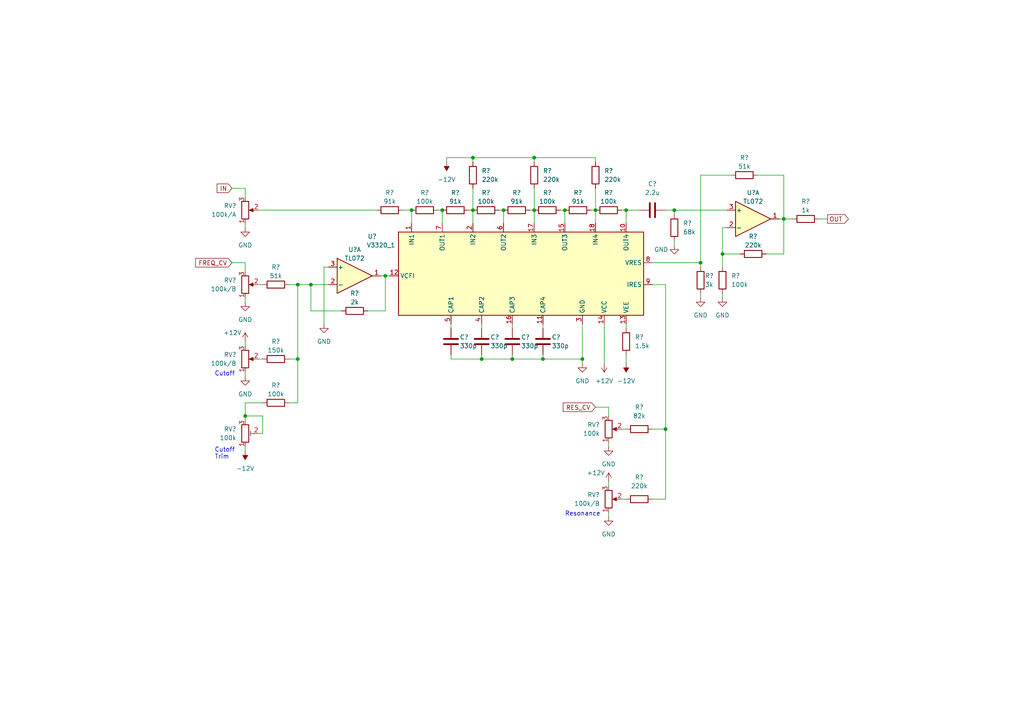
<source format=kicad_sch>
(kicad_sch (version 20211123) (generator eeschema)

  (uuid d881bdf2-1391-49ed-a27c-945d669cb988)

  (paper "A4")

  (title_block
    (title "3320LPF_Test2")
    (date "2022-10-03")
    (rev "Ver.1.0")
  )

  (lib_symbols
    (symbol "Amplifier_Operational:TL072" (pin_names (offset 0.127)) (in_bom yes) (on_board yes)
      (property "Reference" "U" (id 0) (at 0 5.08 0)
        (effects (font (size 1.27 1.27)) (justify left))
      )
      (property "Value" "TL072" (id 1) (at 0 -5.08 0)
        (effects (font (size 1.27 1.27)) (justify left))
      )
      (property "Footprint" "" (id 2) (at 0 0 0)
        (effects (font (size 1.27 1.27)) hide)
      )
      (property "Datasheet" "http://www.ti.com/lit/ds/symlink/tl071.pdf" (id 3) (at 0 0 0)
        (effects (font (size 1.27 1.27)) hide)
      )
      (property "ki_locked" "" (id 4) (at 0 0 0)
        (effects (font (size 1.27 1.27)))
      )
      (property "ki_keywords" "dual opamp" (id 5) (at 0 0 0)
        (effects (font (size 1.27 1.27)) hide)
      )
      (property "ki_description" "Dual Low-Noise JFET-Input Operational Amplifiers, DIP-8/SOIC-8" (id 6) (at 0 0 0)
        (effects (font (size 1.27 1.27)) hide)
      )
      (property "ki_fp_filters" "SOIC*3.9x4.9mm*P1.27mm* DIP*W7.62mm* TO*99* OnSemi*Micro8* TSSOP*3x3mm*P0.65mm* TSSOP*4.4x3mm*P0.65mm* MSOP*3x3mm*P0.65mm* SSOP*3.9x4.9mm*P0.635mm* LFCSP*2x2mm*P0.5mm* *SIP* SOIC*5.3x6.2mm*P1.27mm*" (id 7) (at 0 0 0)
        (effects (font (size 1.27 1.27)) hide)
      )
      (symbol "TL072_1_1"
        (polyline
          (pts
            (xy -5.08 5.08)
            (xy 5.08 0)
            (xy -5.08 -5.08)
            (xy -5.08 5.08)
          )
          (stroke (width 0.254) (type default) (color 0 0 0 0))
          (fill (type background))
        )
        (pin output line (at 7.62 0 180) (length 2.54)
          (name "~" (effects (font (size 1.27 1.27))))
          (number "1" (effects (font (size 1.27 1.27))))
        )
        (pin input line (at -7.62 -2.54 0) (length 2.54)
          (name "-" (effects (font (size 1.27 1.27))))
          (number "2" (effects (font (size 1.27 1.27))))
        )
        (pin input line (at -7.62 2.54 0) (length 2.54)
          (name "+" (effects (font (size 1.27 1.27))))
          (number "3" (effects (font (size 1.27 1.27))))
        )
      )
      (symbol "TL072_2_1"
        (polyline
          (pts
            (xy -5.08 5.08)
            (xy 5.08 0)
            (xy -5.08 -5.08)
            (xy -5.08 5.08)
          )
          (stroke (width 0.254) (type default) (color 0 0 0 0))
          (fill (type background))
        )
        (pin input line (at -7.62 2.54 0) (length 2.54)
          (name "+" (effects (font (size 1.27 1.27))))
          (number "5" (effects (font (size 1.27 1.27))))
        )
        (pin input line (at -7.62 -2.54 0) (length 2.54)
          (name "-" (effects (font (size 1.27 1.27))))
          (number "6" (effects (font (size 1.27 1.27))))
        )
        (pin output line (at 7.62 0 180) (length 2.54)
          (name "~" (effects (font (size 1.27 1.27))))
          (number "7" (effects (font (size 1.27 1.27))))
        )
      )
      (symbol "TL072_3_1"
        (pin power_in line (at -2.54 -7.62 90) (length 3.81)
          (name "V-" (effects (font (size 1.27 1.27))))
          (number "4" (effects (font (size 1.27 1.27))))
        )
        (pin power_in line (at -2.54 7.62 270) (length 3.81)
          (name "V+" (effects (font (size 1.27 1.27))))
          (number "8" (effects (font (size 1.27 1.27))))
        )
      )
    )
    (symbol "Device:C" (pin_numbers hide) (pin_names (offset 0.254)) (in_bom yes) (on_board yes)
      (property "Reference" "C" (id 0) (at 0.635 2.54 0)
        (effects (font (size 1.27 1.27)) (justify left))
      )
      (property "Value" "C" (id 1) (at 0.635 -2.54 0)
        (effects (font (size 1.27 1.27)) (justify left))
      )
      (property "Footprint" "" (id 2) (at 0.9652 -3.81 0)
        (effects (font (size 1.27 1.27)) hide)
      )
      (property "Datasheet" "~" (id 3) (at 0 0 0)
        (effects (font (size 1.27 1.27)) hide)
      )
      (property "ki_keywords" "cap capacitor" (id 4) (at 0 0 0)
        (effects (font (size 1.27 1.27)) hide)
      )
      (property "ki_description" "Unpolarized capacitor" (id 5) (at 0 0 0)
        (effects (font (size 1.27 1.27)) hide)
      )
      (property "ki_fp_filters" "C_*" (id 6) (at 0 0 0)
        (effects (font (size 1.27 1.27)) hide)
      )
      (symbol "C_0_1"
        (polyline
          (pts
            (xy -2.032 -0.762)
            (xy 2.032 -0.762)
          )
          (stroke (width 0.508) (type default) (color 0 0 0 0))
          (fill (type none))
        )
        (polyline
          (pts
            (xy -2.032 0.762)
            (xy 2.032 0.762)
          )
          (stroke (width 0.508) (type default) (color 0 0 0 0))
          (fill (type none))
        )
      )
      (symbol "C_1_1"
        (pin passive line (at 0 3.81 270) (length 2.794)
          (name "~" (effects (font (size 1.27 1.27))))
          (number "1" (effects (font (size 1.27 1.27))))
        )
        (pin passive line (at 0 -3.81 90) (length 2.794)
          (name "~" (effects (font (size 1.27 1.27))))
          (number "2" (effects (font (size 1.27 1.27))))
        )
      )
    )
    (symbol "Device:R" (pin_numbers hide) (pin_names (offset 0)) (in_bom yes) (on_board yes)
      (property "Reference" "R" (id 0) (at 2.032 0 90)
        (effects (font (size 1.27 1.27)))
      )
      (property "Value" "R" (id 1) (at 0 0 90)
        (effects (font (size 1.27 1.27)))
      )
      (property "Footprint" "" (id 2) (at -1.778 0 90)
        (effects (font (size 1.27 1.27)) hide)
      )
      (property "Datasheet" "~" (id 3) (at 0 0 0)
        (effects (font (size 1.27 1.27)) hide)
      )
      (property "ki_keywords" "R res resistor" (id 4) (at 0 0 0)
        (effects (font (size 1.27 1.27)) hide)
      )
      (property "ki_description" "Resistor" (id 5) (at 0 0 0)
        (effects (font (size 1.27 1.27)) hide)
      )
      (property "ki_fp_filters" "R_*" (id 6) (at 0 0 0)
        (effects (font (size 1.27 1.27)) hide)
      )
      (symbol "R_0_1"
        (rectangle (start -1.016 -2.54) (end 1.016 2.54)
          (stroke (width 0.254) (type default) (color 0 0 0 0))
          (fill (type none))
        )
      )
      (symbol "R_1_1"
        (pin passive line (at 0 3.81 270) (length 1.27)
          (name "~" (effects (font (size 1.27 1.27))))
          (number "1" (effects (font (size 1.27 1.27))))
        )
        (pin passive line (at 0 -3.81 90) (length 1.27)
          (name "~" (effects (font (size 1.27 1.27))))
          (number "2" (effects (font (size 1.27 1.27))))
        )
      )
    )
    (symbol "Device:R_Potentiometer" (pin_names (offset 1.016) hide) (in_bom yes) (on_board yes)
      (property "Reference" "RV" (id 0) (at -4.445 0 90)
        (effects (font (size 1.27 1.27)))
      )
      (property "Value" "R_Potentiometer" (id 1) (at -2.54 0 90)
        (effects (font (size 1.27 1.27)))
      )
      (property "Footprint" "" (id 2) (at 0 0 0)
        (effects (font (size 1.27 1.27)) hide)
      )
      (property "Datasheet" "~" (id 3) (at 0 0 0)
        (effects (font (size 1.27 1.27)) hide)
      )
      (property "ki_keywords" "resistor variable" (id 4) (at 0 0 0)
        (effects (font (size 1.27 1.27)) hide)
      )
      (property "ki_description" "Potentiometer" (id 5) (at 0 0 0)
        (effects (font (size 1.27 1.27)) hide)
      )
      (property "ki_fp_filters" "Potentiometer*" (id 6) (at 0 0 0)
        (effects (font (size 1.27 1.27)) hide)
      )
      (symbol "R_Potentiometer_0_1"
        (polyline
          (pts
            (xy 2.54 0)
            (xy 1.524 0)
          )
          (stroke (width 0) (type default) (color 0 0 0 0))
          (fill (type none))
        )
        (polyline
          (pts
            (xy 1.143 0)
            (xy 2.286 0.508)
            (xy 2.286 -0.508)
            (xy 1.143 0)
          )
          (stroke (width 0) (type default) (color 0 0 0 0))
          (fill (type outline))
        )
        (rectangle (start 1.016 2.54) (end -1.016 -2.54)
          (stroke (width 0.254) (type default) (color 0 0 0 0))
          (fill (type none))
        )
      )
      (symbol "R_Potentiometer_1_1"
        (pin passive line (at 0 3.81 270) (length 1.27)
          (name "1" (effects (font (size 1.27 1.27))))
          (number "1" (effects (font (size 1.27 1.27))))
        )
        (pin passive line (at 3.81 0 180) (length 1.27)
          (name "2" (effects (font (size 1.27 1.27))))
          (number "2" (effects (font (size 1.27 1.27))))
        )
        (pin passive line (at 0 -3.81 90) (length 1.27)
          (name "3" (effects (font (size 1.27 1.27))))
          (number "3" (effects (font (size 1.27 1.27))))
        )
      )
    )
    (symbol "Device:R_Potentiometer_Trim" (pin_names (offset 1.016) hide) (in_bom yes) (on_board yes)
      (property "Reference" "RV" (id 0) (at -4.445 0 90)
        (effects (font (size 1.27 1.27)))
      )
      (property "Value" "R_Potentiometer_Trim" (id 1) (at -2.54 0 90)
        (effects (font (size 1.27 1.27)))
      )
      (property "Footprint" "" (id 2) (at 0 0 0)
        (effects (font (size 1.27 1.27)) hide)
      )
      (property "Datasheet" "~" (id 3) (at 0 0 0)
        (effects (font (size 1.27 1.27)) hide)
      )
      (property "ki_keywords" "resistor variable trimpot trimmer" (id 4) (at 0 0 0)
        (effects (font (size 1.27 1.27)) hide)
      )
      (property "ki_description" "Trim-potentiometer" (id 5) (at 0 0 0)
        (effects (font (size 1.27 1.27)) hide)
      )
      (property "ki_fp_filters" "Potentiometer*" (id 6) (at 0 0 0)
        (effects (font (size 1.27 1.27)) hide)
      )
      (symbol "R_Potentiometer_Trim_0_1"
        (polyline
          (pts
            (xy 1.524 0.762)
            (xy 1.524 -0.762)
          )
          (stroke (width 0) (type default) (color 0 0 0 0))
          (fill (type none))
        )
        (polyline
          (pts
            (xy 2.54 0)
            (xy 1.524 0)
          )
          (stroke (width 0) (type default) (color 0 0 0 0))
          (fill (type none))
        )
        (rectangle (start 1.016 2.54) (end -1.016 -2.54)
          (stroke (width 0.254) (type default) (color 0 0 0 0))
          (fill (type none))
        )
      )
      (symbol "R_Potentiometer_Trim_1_1"
        (pin passive line (at 0 3.81 270) (length 1.27)
          (name "1" (effects (font (size 1.27 1.27))))
          (number "1" (effects (font (size 1.27 1.27))))
        )
        (pin passive line (at 3.81 0 180) (length 1.27)
          (name "2" (effects (font (size 1.27 1.27))))
          (number "2" (effects (font (size 1.27 1.27))))
        )
        (pin passive line (at 0 -3.81 90) (length 1.27)
          (name "3" (effects (font (size 1.27 1.27))))
          (number "3" (effects (font (size 1.27 1.27))))
        )
      )
    )
    (symbol "My_Device:V3320_1" (in_bom yes) (on_board yes)
      (property "Reference" "U" (id 0) (at -3.81 -1.27 0)
        (effects (font (size 1.27 1.27)))
      )
      (property "Value" "V3320_1" (id 1) (at 3.81 -26.67 0)
        (effects (font (size 1.27 1.27)))
      )
      (property "Footprint" "Package_DIP:DIP-18_W7.62mm" (id 2) (at 16.51 -36.83 0)
        (effects (font (size 1.27 1.27)) hide)
      )
      (property "Datasheet" "" (id 3) (at 34.29 -34.29 0)
        (effects (font (size 1.27 1.27)) hide)
      )
      (property "ki_keywords" "VCF CEM3320 ALFA" (id 4) (at 0 0 0)
        (effects (font (size 1.27 1.27)) hide)
      )
      (property "ki_description" "Voltage Controlled Filter (VCF), DIP-18" (id 5) (at 0 0 0)
        (effects (font (size 1.27 1.27)) hide)
      )
      (property "ki_fp_filters" "DIP*W7.62mm*" (id 6) (at 0 0 0)
        (effects (font (size 1.27 1.27)) hide)
      )
      (symbol "V3320_1_0_1"
        (rectangle (start 0 0) (end 71.12 -24.13)
          (stroke (width 0.254) (type default) (color 0 0 0 0))
          (fill (type background))
        )
      )
      (symbol "V3320_1_1_1"
        (pin input line (at 3.81 2.54 270) (length 2.54)
          (name "IN1" (effects (font (size 1.27 1.27))))
          (number "1" (effects (font (size 1.27 1.27))))
        )
        (pin output line (at 66.04 2.54 270) (length 2.54)
          (name "OUT4" (effects (font (size 1.27 1.27))))
          (number "10" (effects (font (size 1.27 1.27))))
        )
        (pin passive line (at 41.91 -26.67 90) (length 2.54)
          (name "CAP4" (effects (font (size 1.27 1.27))))
          (number "11" (effects (font (size 1.27 1.27))))
        )
        (pin input line (at -2.54 -12.7 0) (length 2.54)
          (name "VCFI" (effects (font (size 1.27 1.27))))
          (number "12" (effects (font (size 1.27 1.27))))
        )
        (pin power_in line (at 66.04 -26.67 90) (length 2.54)
          (name "VEE" (effects (font (size 1.27 1.27))))
          (number "13" (effects (font (size 1.27 1.27))))
        )
        (pin power_in line (at 59.69 -26.67 90) (length 2.54)
          (name "VCC" (effects (font (size 1.27 1.27))))
          (number "14" (effects (font (size 1.27 1.27))))
        )
        (pin output line (at 48.26 2.54 270) (length 2.54)
          (name "OUT3" (effects (font (size 1.27 1.27))))
          (number "15" (effects (font (size 1.27 1.27))))
        )
        (pin passive line (at 33.02 -26.67 90) (length 2.54)
          (name "CAP3" (effects (font (size 1.27 1.27))))
          (number "16" (effects (font (size 1.27 1.27))))
        )
        (pin input line (at 39.37 2.54 270) (length 2.54)
          (name "IN3" (effects (font (size 1.27 1.27))))
          (number "17" (effects (font (size 1.27 1.27))))
        )
        (pin input line (at 57.15 2.54 270) (length 2.54)
          (name "IN4" (effects (font (size 1.27 1.27))))
          (number "18" (effects (font (size 1.27 1.27))))
        )
        (pin input line (at 21.59 2.54 270) (length 2.54)
          (name "IN2" (effects (font (size 1.27 1.27))))
          (number "2" (effects (font (size 1.27 1.27))))
        )
        (pin power_in line (at 53.34 -26.67 90) (length 2.54)
          (name "GND" (effects (font (size 1.27 1.27))))
          (number "3" (effects (font (size 1.27 1.27))))
        )
        (pin passive line (at 24.13 -26.67 90) (length 2.54)
          (name "CAP2" (effects (font (size 1.27 1.27))))
          (number "4" (effects (font (size 1.27 1.27))))
        )
        (pin passive line (at 15.24 -26.67 90) (length 2.54)
          (name "CAP1" (effects (font (size 1.27 1.27))))
          (number "5" (effects (font (size 1.27 1.27))))
        )
        (pin output line (at 30.48 2.54 270) (length 2.54)
          (name "OUT2" (effects (font (size 1.27 1.27))))
          (number "6" (effects (font (size 1.27 1.27))))
        )
        (pin output line (at 12.7 2.54 270) (length 2.54)
          (name "OUT1" (effects (font (size 1.27 1.27))))
          (number "7" (effects (font (size 1.27 1.27))))
        )
        (pin input line (at 73.66 -8.89 180) (length 2.54)
          (name "VRES" (effects (font (size 1.27 1.27))))
          (number "8" (effects (font (size 1.27 1.27))))
        )
        (pin input line (at 73.66 -15.24 180) (length 2.54)
          (name "IRES" (effects (font (size 1.27 1.27))))
          (number "9" (effects (font (size 1.27 1.27))))
        )
      )
    )
    (symbol "power:+12V" (power) (pin_names (offset 0)) (in_bom yes) (on_board yes)
      (property "Reference" "#PWR" (id 0) (at 0 -3.81 0)
        (effects (font (size 1.27 1.27)) hide)
      )
      (property "Value" "+12V" (id 1) (at 0 3.556 0)
        (effects (font (size 1.27 1.27)))
      )
      (property "Footprint" "" (id 2) (at 0 0 0)
        (effects (font (size 1.27 1.27)) hide)
      )
      (property "Datasheet" "" (id 3) (at 0 0 0)
        (effects (font (size 1.27 1.27)) hide)
      )
      (property "ki_keywords" "power-flag" (id 4) (at 0 0 0)
        (effects (font (size 1.27 1.27)) hide)
      )
      (property "ki_description" "Power symbol creates a global label with name \"+12V\"" (id 5) (at 0 0 0)
        (effects (font (size 1.27 1.27)) hide)
      )
      (symbol "+12V_0_1"
        (polyline
          (pts
            (xy -0.762 1.27)
            (xy 0 2.54)
          )
          (stroke (width 0) (type default) (color 0 0 0 0))
          (fill (type none))
        )
        (polyline
          (pts
            (xy 0 0)
            (xy 0 2.54)
          )
          (stroke (width 0) (type default) (color 0 0 0 0))
          (fill (type none))
        )
        (polyline
          (pts
            (xy 0 2.54)
            (xy 0.762 1.27)
          )
          (stroke (width 0) (type default) (color 0 0 0 0))
          (fill (type none))
        )
      )
      (symbol "+12V_1_1"
        (pin power_in line (at 0 0 90) (length 0) hide
          (name "+12V" (effects (font (size 1.27 1.27))))
          (number "1" (effects (font (size 1.27 1.27))))
        )
      )
    )
    (symbol "power:-12V" (power) (pin_names (offset 0)) (in_bom yes) (on_board yes)
      (property "Reference" "#PWR" (id 0) (at 0 2.54 0)
        (effects (font (size 1.27 1.27)) hide)
      )
      (property "Value" "-12V" (id 1) (at 0 3.81 0)
        (effects (font (size 1.27 1.27)))
      )
      (property "Footprint" "" (id 2) (at 0 0 0)
        (effects (font (size 1.27 1.27)) hide)
      )
      (property "Datasheet" "" (id 3) (at 0 0 0)
        (effects (font (size 1.27 1.27)) hide)
      )
      (property "ki_keywords" "power-flag" (id 4) (at 0 0 0)
        (effects (font (size 1.27 1.27)) hide)
      )
      (property "ki_description" "Power symbol creates a global label with name \"-12V\"" (id 5) (at 0 0 0)
        (effects (font (size 1.27 1.27)) hide)
      )
      (symbol "-12V_0_0"
        (pin power_in line (at 0 0 90) (length 0) hide
          (name "-12V" (effects (font (size 1.27 1.27))))
          (number "1" (effects (font (size 1.27 1.27))))
        )
      )
      (symbol "-12V_0_1"
        (polyline
          (pts
            (xy 0 0)
            (xy 0 1.27)
            (xy 0.762 1.27)
            (xy 0 2.54)
            (xy -0.762 1.27)
            (xy 0 1.27)
          )
          (stroke (width 0) (type default) (color 0 0 0 0))
          (fill (type outline))
        )
      )
    )
    (symbol "power:GND" (power) (pin_names (offset 0)) (in_bom yes) (on_board yes)
      (property "Reference" "#PWR" (id 0) (at 0 -6.35 0)
        (effects (font (size 1.27 1.27)) hide)
      )
      (property "Value" "GND" (id 1) (at 0 -3.81 0)
        (effects (font (size 1.27 1.27)))
      )
      (property "Footprint" "" (id 2) (at 0 0 0)
        (effects (font (size 1.27 1.27)) hide)
      )
      (property "Datasheet" "" (id 3) (at 0 0 0)
        (effects (font (size 1.27 1.27)) hide)
      )
      (property "ki_keywords" "power-flag" (id 4) (at 0 0 0)
        (effects (font (size 1.27 1.27)) hide)
      )
      (property "ki_description" "Power symbol creates a global label with name \"GND\" , ground" (id 5) (at 0 0 0)
        (effects (font (size 1.27 1.27)) hide)
      )
      (symbol "GND_0_1"
        (polyline
          (pts
            (xy 0 0)
            (xy 0 -1.27)
            (xy 1.27 -1.27)
            (xy 0 -2.54)
            (xy -1.27 -1.27)
            (xy 0 -1.27)
          )
          (stroke (width 0) (type default) (color 0 0 0 0))
          (fill (type none))
        )
      )
      (symbol "GND_1_1"
        (pin power_in line (at 0 0 270) (length 0) hide
          (name "GND" (effects (font (size 1.27 1.27))))
          (number "1" (effects (font (size 1.27 1.27))))
        )
      )
    )
  )

  (junction (at 227.33 63.5) (diameter 0) (color 0 0 0 0)
    (uuid 01ec9174-bf79-4400-ac30-6f3c77cdaa84)
  )
  (junction (at 148.59 104.14) (diameter 0) (color 0 0 0 0)
    (uuid 0b31177c-834a-402a-9411-5388984c6471)
  )
  (junction (at 111.76 80.01) (diameter 0) (color 0 0 0 0)
    (uuid 0e971669-7092-4093-af8e-51c397fa7065)
  )
  (junction (at 90.17 82.55) (diameter 0) (color 0 0 0 0)
    (uuid 13471562-604a-4198-95ee-9350781c6921)
  )
  (junction (at 168.91 104.14) (diameter 0) (color 0 0 0 0)
    (uuid 144191c5-a673-4923-8c66-ebadd43b01e4)
  )
  (junction (at 71.12 120.65) (diameter 0) (color 0 0 0 0)
    (uuid 1f30fa16-d38b-4a7f-aa46-badcf0090e6b)
  )
  (junction (at 86.36 104.14) (diameter 0) (color 0 0 0 0)
    (uuid 37e0e6d1-4f48-4f8b-9eb0-59bde94691c8)
  )
  (junction (at 195.58 60.96) (diameter 0) (color 0 0 0 0)
    (uuid 3d941ad8-1362-43f9-9ab8-05e18b7a13ea)
  )
  (junction (at 163.83 60.96) (diameter 0) (color 0 0 0 0)
    (uuid 588f2737-af6e-4417-98f6-c8f07929e6a0)
  )
  (junction (at 137.16 60.96) (diameter 0) (color 0 0 0 0)
    (uuid 5ac9f234-5cc0-413f-82a7-3b0c72830802)
  )
  (junction (at 137.16 45.72) (diameter 0) (color 0 0 0 0)
    (uuid 7745288b-6507-46ee-857f-4aacbc520d7b)
  )
  (junction (at 193.04 124.46) (diameter 0) (color 0 0 0 0)
    (uuid 7a1eeb93-a852-481a-b941-bd1c28842b62)
  )
  (junction (at 181.61 60.96) (diameter 0) (color 0 0 0 0)
    (uuid 7e5a9028-82ad-4105-b676-fbbd13442d99)
  )
  (junction (at 154.94 60.96) (diameter 0) (color 0 0 0 0)
    (uuid 9e29b9ec-5182-4865-8881-d7b2df0dabeb)
  )
  (junction (at 172.72 60.96) (diameter 0) (color 0 0 0 0)
    (uuid 9f5913d5-9725-4375-ac8d-3b2f948d8472)
  )
  (junction (at 139.7 104.14) (diameter 0) (color 0 0 0 0)
    (uuid acb086a3-a113-450b-8a09-9fe8fa3de94c)
  )
  (junction (at 203.2 76.2) (diameter 0) (color 0 0 0 0)
    (uuid af422292-3efc-464f-9cf6-24c551e5e52a)
  )
  (junction (at 154.94 45.72) (diameter 0) (color 0 0 0 0)
    (uuid c58f8683-6dd3-4ebf-8b45-1beaf34bfd02)
  )
  (junction (at 128.27 60.96) (diameter 0) (color 0 0 0 0)
    (uuid c668beb5-9905-4d35-bda4-93c95229dad5)
  )
  (junction (at 157.48 104.14) (diameter 0) (color 0 0 0 0)
    (uuid d23eaa37-2a63-47cf-a412-d3f79929c9b4)
  )
  (junction (at 119.38 60.96) (diameter 0) (color 0 0 0 0)
    (uuid d82a9a22-cb0e-4807-ac51-faa74e87b212)
  )
  (junction (at 86.36 82.55) (diameter 0) (color 0 0 0 0)
    (uuid e50b5bba-fe0b-4d7f-8e29-335f964b84e7)
  )
  (junction (at 209.55 73.66) (diameter 0) (color 0 0 0 0)
    (uuid eb1a290e-4b97-4be2-8c12-37d0d5a0e6c9)
  )
  (junction (at 146.05 60.96) (diameter 0) (color 0 0 0 0)
    (uuid f1d55bc7-2d29-45bc-9271-917957b093a2)
  )

  (wire (pts (xy 157.48 93.98) (xy 157.48 95.25))
    (stroke (width 0) (type default) (color 0 0 0 0))
    (uuid 03473ce5-1e48-4a84-9e16-cae275c89a08)
  )
  (wire (pts (xy 237.49 63.5) (xy 240.03 63.5))
    (stroke (width 0) (type default) (color 0 0 0 0))
    (uuid 03cbd719-2a4f-4ef5-af9e-f67a809e8cbc)
  )
  (wire (pts (xy 71.12 54.61) (xy 71.12 57.15))
    (stroke (width 0) (type default) (color 0 0 0 0))
    (uuid 0566ea4e-8f75-47bc-b59d-0a6744659b64)
  )
  (wire (pts (xy 203.2 85.09) (xy 203.2 86.36))
    (stroke (width 0) (type default) (color 0 0 0 0))
    (uuid 0ee954c6-6b3e-42ef-a16a-ea0959614258)
  )
  (wire (pts (xy 90.17 82.55) (xy 95.25 82.55))
    (stroke (width 0) (type default) (color 0 0 0 0))
    (uuid 0f6181a0-23a3-4e4e-a4cb-d90ff7fe3941)
  )
  (wire (pts (xy 227.33 73.66) (xy 227.33 63.5))
    (stroke (width 0) (type default) (color 0 0 0 0))
    (uuid 115ea65c-5051-40b6-bc79-366f8bd524b8)
  )
  (wire (pts (xy 71.12 99.06) (xy 71.12 100.33))
    (stroke (width 0) (type default) (color 0 0 0 0))
    (uuid 13caccb2-2e38-4a3c-b0da-ed0616443915)
  )
  (wire (pts (xy 195.58 60.96) (xy 195.58 62.23))
    (stroke (width 0) (type default) (color 0 0 0 0))
    (uuid 1512a5f7-4060-4883-8cd3-e9fc2e59dbb2)
  )
  (wire (pts (xy 93.98 77.47) (xy 93.98 93.98))
    (stroke (width 0) (type default) (color 0 0 0 0))
    (uuid 1636b2e7-6cff-4ff8-8cb6-c14321ed4c13)
  )
  (wire (pts (xy 106.68 90.17) (xy 111.76 90.17))
    (stroke (width 0) (type default) (color 0 0 0 0))
    (uuid 1a126593-835b-4f13-9115-422f7fb49c84)
  )
  (wire (pts (xy 137.16 60.96) (xy 137.16 64.77))
    (stroke (width 0) (type default) (color 0 0 0 0))
    (uuid 1a12a813-bf7e-444d-a4a6-6a2b443a6efd)
  )
  (wire (pts (xy 74.93 104.14) (xy 76.2 104.14))
    (stroke (width 0) (type default) (color 0 0 0 0))
    (uuid 1a849c25-9c8e-4e51-8cf8-10181bcfbf49)
  )
  (wire (pts (xy 90.17 82.55) (xy 90.17 90.17))
    (stroke (width 0) (type default) (color 0 0 0 0))
    (uuid 1e3e4daa-340f-4f53-aadb-6cf0ff3b6c78)
  )
  (wire (pts (xy 181.61 93.98) (xy 181.61 95.25))
    (stroke (width 0) (type default) (color 0 0 0 0))
    (uuid 1eec6d48-7401-4ed3-9741-0cb4b9037306)
  )
  (wire (pts (xy 154.94 45.72) (xy 154.94 46.99))
    (stroke (width 0) (type default) (color 0 0 0 0))
    (uuid 23722e3c-f741-488f-93fd-789744d7816c)
  )
  (wire (pts (xy 154.94 54.61) (xy 154.94 60.96))
    (stroke (width 0) (type default) (color 0 0 0 0))
    (uuid 26360991-26e9-47c5-92b1-0e614011ca75)
  )
  (wire (pts (xy 180.34 124.46) (xy 181.61 124.46))
    (stroke (width 0) (type default) (color 0 0 0 0))
    (uuid 26763e60-f8ca-4815-8620-97d974ce867d)
  )
  (wire (pts (xy 146.05 60.96) (xy 146.05 64.77))
    (stroke (width 0) (type default) (color 0 0 0 0))
    (uuid 26d3f042-b0d0-4dda-8133-38af91f29e61)
  )
  (wire (pts (xy 129.54 45.72) (xy 137.16 45.72))
    (stroke (width 0) (type default) (color 0 0 0 0))
    (uuid 2c8b5f66-159d-422d-be07-7359c7cd479b)
  )
  (wire (pts (xy 219.71 50.8) (xy 227.33 50.8))
    (stroke (width 0) (type default) (color 0 0 0 0))
    (uuid 2fb20b39-c624-436c-8a9f-639daa2ca19f)
  )
  (wire (pts (xy 203.2 76.2) (xy 203.2 77.47))
    (stroke (width 0) (type default) (color 0 0 0 0))
    (uuid 30891bc0-a247-4295-81dc-6b532b197440)
  )
  (wire (pts (xy 71.12 64.77) (xy 71.12 66.04))
    (stroke (width 0) (type default) (color 0 0 0 0))
    (uuid 3097b260-a302-4a22-b030-9f658e32ebe9)
  )
  (wire (pts (xy 67.31 54.61) (xy 71.12 54.61))
    (stroke (width 0) (type default) (color 0 0 0 0))
    (uuid 33fb526d-12ad-46cb-a22c-b195c5d21c21)
  )
  (wire (pts (xy 176.53 128.27) (xy 176.53 129.54))
    (stroke (width 0) (type default) (color 0 0 0 0))
    (uuid 353f3a48-a98c-406a-8fe7-9a592b427965)
  )
  (wire (pts (xy 139.7 102.87) (xy 139.7 104.14))
    (stroke (width 0) (type default) (color 0 0 0 0))
    (uuid 37042fd6-4628-4ab0-ae23-d01239216011)
  )
  (wire (pts (xy 157.48 102.87) (xy 157.48 104.14))
    (stroke (width 0) (type default) (color 0 0 0 0))
    (uuid 38f76aeb-c4e5-45a5-86b4-b8c806565cd3)
  )
  (wire (pts (xy 111.76 80.01) (xy 113.03 80.01))
    (stroke (width 0) (type default) (color 0 0 0 0))
    (uuid 3d02cb9c-0e71-4ee5-8ea0-f00a37229fd5)
  )
  (wire (pts (xy 83.82 116.84) (xy 86.36 116.84))
    (stroke (width 0) (type default) (color 0 0 0 0))
    (uuid 3db9d1ce-62f6-4d87-912f-1014c2ed5614)
  )
  (wire (pts (xy 203.2 76.2) (xy 203.2 50.8))
    (stroke (width 0) (type default) (color 0 0 0 0))
    (uuid 3f84c3cb-ccaf-467d-b109-5a711f181b23)
  )
  (wire (pts (xy 148.59 102.87) (xy 148.59 104.14))
    (stroke (width 0) (type default) (color 0 0 0 0))
    (uuid 41088738-4df6-4799-a4aa-9d6c6f5f20e9)
  )
  (wire (pts (xy 209.55 73.66) (xy 214.63 73.66))
    (stroke (width 0) (type default) (color 0 0 0 0))
    (uuid 42adac5b-74b3-440a-8304-9d80329bd9b7)
  )
  (wire (pts (xy 195.58 60.96) (xy 210.82 60.96))
    (stroke (width 0) (type default) (color 0 0 0 0))
    (uuid 430e35c6-dc4f-4a30-8190-a8a54cec63cf)
  )
  (wire (pts (xy 210.82 66.04) (xy 209.55 66.04))
    (stroke (width 0) (type default) (color 0 0 0 0))
    (uuid 467a271f-9775-41c4-8468-8ff1a383dc3a)
  )
  (wire (pts (xy 116.84 60.96) (xy 119.38 60.96))
    (stroke (width 0) (type default) (color 0 0 0 0))
    (uuid 469ae350-880c-43fa-8bf6-459824f08148)
  )
  (wire (pts (xy 189.23 76.2) (xy 203.2 76.2))
    (stroke (width 0) (type default) (color 0 0 0 0))
    (uuid 473670c1-ea87-4a16-83ac-c24cffa076e2)
  )
  (wire (pts (xy 128.27 60.96) (xy 128.27 64.77))
    (stroke (width 0) (type default) (color 0 0 0 0))
    (uuid 476c905c-68da-47f2-b2ae-3362097b8f6f)
  )
  (wire (pts (xy 148.59 93.98) (xy 148.59 95.25))
    (stroke (width 0) (type default) (color 0 0 0 0))
    (uuid 4b8ad98c-b0fc-434c-8fba-90149a988d66)
  )
  (wire (pts (xy 71.12 129.54) (xy 71.12 130.81))
    (stroke (width 0) (type default) (color 0 0 0 0))
    (uuid 4c6c1ee9-2e65-4192-a6aa-a19cefd68059)
  )
  (wire (pts (xy 139.7 93.98) (xy 139.7 95.25))
    (stroke (width 0) (type default) (color 0 0 0 0))
    (uuid 50a13711-5044-490a-8094-a6c0e93d6547)
  )
  (wire (pts (xy 180.34 60.96) (xy 181.61 60.96))
    (stroke (width 0) (type default) (color 0 0 0 0))
    (uuid 53185fcc-71ef-48ba-b9b1-dc09df3e4b21)
  )
  (wire (pts (xy 181.61 102.87) (xy 181.61 105.41))
    (stroke (width 0) (type default) (color 0 0 0 0))
    (uuid 542d80e7-1076-4411-86df-5097f68d3b89)
  )
  (wire (pts (xy 222.25 73.66) (xy 227.33 73.66))
    (stroke (width 0) (type default) (color 0 0 0 0))
    (uuid 55dada60-7525-477a-9a4d-35abf53b6bff)
  )
  (wire (pts (xy 193.04 144.78) (xy 189.23 144.78))
    (stroke (width 0) (type default) (color 0 0 0 0))
    (uuid 5c75faef-04d5-4429-8944-ee8b1589e099)
  )
  (wire (pts (xy 95.25 77.47) (xy 93.98 77.47))
    (stroke (width 0) (type default) (color 0 0 0 0))
    (uuid 5c84edf2-4627-4f6e-8cab-83374e8db991)
  )
  (wire (pts (xy 130.81 102.87) (xy 130.81 104.14))
    (stroke (width 0) (type default) (color 0 0 0 0))
    (uuid 6146045b-750c-4b3a-a68d-422d2256ef1a)
  )
  (wire (pts (xy 137.16 46.99) (xy 137.16 45.72))
    (stroke (width 0) (type default) (color 0 0 0 0))
    (uuid 617c1400-9339-423b-b380-d1199f0d105b)
  )
  (wire (pts (xy 76.2 125.73) (xy 76.2 120.65))
    (stroke (width 0) (type default) (color 0 0 0 0))
    (uuid 66ff06a8-c729-46db-8005-d6d9116efa3d)
  )
  (wire (pts (xy 193.04 60.96) (xy 195.58 60.96))
    (stroke (width 0) (type default) (color 0 0 0 0))
    (uuid 6783ea61-fe32-43f7-881b-94504f770cb1)
  )
  (wire (pts (xy 172.72 60.96) (xy 172.72 64.77))
    (stroke (width 0) (type default) (color 0 0 0 0))
    (uuid 69b7ff57-d632-4729-becc-a19ad57f1704)
  )
  (wire (pts (xy 129.54 46.99) (xy 129.54 45.72))
    (stroke (width 0) (type default) (color 0 0 0 0))
    (uuid 6c6053c9-b0b9-4089-a192-16c11216c978)
  )
  (wire (pts (xy 157.48 104.14) (xy 168.91 104.14))
    (stroke (width 0) (type default) (color 0 0 0 0))
    (uuid 6d132c21-95d1-4211-80b2-27b15d2852f4)
  )
  (wire (pts (xy 148.59 104.14) (xy 157.48 104.14))
    (stroke (width 0) (type default) (color 0 0 0 0))
    (uuid 6f39cea3-5d55-4452-86f7-ff0ede6b16a6)
  )
  (wire (pts (xy 83.82 82.55) (xy 86.36 82.55))
    (stroke (width 0) (type default) (color 0 0 0 0))
    (uuid 72aadd35-589a-43ba-a33b-1bee52649a8b)
  )
  (wire (pts (xy 168.91 104.14) (xy 168.91 105.41))
    (stroke (width 0) (type default) (color 0 0 0 0))
    (uuid 7e819b1e-d5d2-4270-b7eb-5ed36220e6da)
  )
  (wire (pts (xy 189.23 82.55) (xy 193.04 82.55))
    (stroke (width 0) (type default) (color 0 0 0 0))
    (uuid 801742ec-2191-456d-a0a9-ff981a1b3731)
  )
  (wire (pts (xy 135.89 60.96) (xy 137.16 60.96))
    (stroke (width 0) (type default) (color 0 0 0 0))
    (uuid 86c61b43-01e9-43b0-9952-579ff6f377a7)
  )
  (wire (pts (xy 137.16 45.72) (xy 154.94 45.72))
    (stroke (width 0) (type default) (color 0 0 0 0))
    (uuid 883381cd-bd48-4123-aedf-789929ae781e)
  )
  (wire (pts (xy 130.81 104.14) (xy 139.7 104.14))
    (stroke (width 0) (type default) (color 0 0 0 0))
    (uuid 8b100a40-c40d-4850-a1ab-fc31992d454a)
  )
  (wire (pts (xy 83.82 104.14) (xy 86.36 104.14))
    (stroke (width 0) (type default) (color 0 0 0 0))
    (uuid 8d869d35-82ac-47b0-993d-833acd5b3baa)
  )
  (wire (pts (xy 209.55 85.09) (xy 209.55 86.36))
    (stroke (width 0) (type default) (color 0 0 0 0))
    (uuid 8db3c2c5-d5fc-4fb1-94e3-289f11a3508a)
  )
  (wire (pts (xy 209.55 66.04) (xy 209.55 73.66))
    (stroke (width 0) (type default) (color 0 0 0 0))
    (uuid 91d69ad0-c846-4ca6-8432-93bc441e49a2)
  )
  (wire (pts (xy 195.58 69.85) (xy 195.58 71.12))
    (stroke (width 0) (type default) (color 0 0 0 0))
    (uuid 93443c5b-63b9-45e6-875a-6492b013c07c)
  )
  (wire (pts (xy 137.16 54.61) (xy 137.16 60.96))
    (stroke (width 0) (type default) (color 0 0 0 0))
    (uuid 9452471a-7a1b-4d83-928d-b1302d6f4614)
  )
  (wire (pts (xy 181.61 60.96) (xy 185.42 60.96))
    (stroke (width 0) (type default) (color 0 0 0 0))
    (uuid 94b8d91e-9401-4363-b866-9ad8bc2fb812)
  )
  (wire (pts (xy 74.93 60.96) (xy 109.22 60.96))
    (stroke (width 0) (type default) (color 0 0 0 0))
    (uuid 9aa572b8-0c7d-416e-88ef-1adaa124705b)
  )
  (wire (pts (xy 172.72 54.61) (xy 172.72 60.96))
    (stroke (width 0) (type default) (color 0 0 0 0))
    (uuid 9e290468-a4c2-4873-b402-0fab78bc7497)
  )
  (wire (pts (xy 76.2 116.84) (xy 71.12 116.84))
    (stroke (width 0) (type default) (color 0 0 0 0))
    (uuid a06efefc-8916-41fd-8df6-ad1f430900ce)
  )
  (wire (pts (xy 111.76 90.17) (xy 111.76 80.01))
    (stroke (width 0) (type default) (color 0 0 0 0))
    (uuid a8d9a972-71e6-47b2-a259-b91b24ad3ac1)
  )
  (wire (pts (xy 86.36 82.55) (xy 90.17 82.55))
    (stroke (width 0) (type default) (color 0 0 0 0))
    (uuid a9f705aa-287c-4f43-8820-758aeef9375f)
  )
  (wire (pts (xy 139.7 104.14) (xy 148.59 104.14))
    (stroke (width 0) (type default) (color 0 0 0 0))
    (uuid ab27ce96-354e-49e3-b8a3-4197eef4b4be)
  )
  (wire (pts (xy 154.94 60.96) (xy 154.94 64.77))
    (stroke (width 0) (type default) (color 0 0 0 0))
    (uuid ac710a96-9ab8-4ce3-90be-f8746b6cb1b9)
  )
  (wire (pts (xy 180.34 144.78) (xy 181.61 144.78))
    (stroke (width 0) (type default) (color 0 0 0 0))
    (uuid ae6679d3-e07a-4765-a5b4-c7d2a57117d8)
  )
  (wire (pts (xy 127 60.96) (xy 128.27 60.96))
    (stroke (width 0) (type default) (color 0 0 0 0))
    (uuid ae8267f4-d969-4eec-9ae0-f5f340e893f1)
  )
  (wire (pts (xy 227.33 63.5) (xy 229.87 63.5))
    (stroke (width 0) (type default) (color 0 0 0 0))
    (uuid b167e084-1a4f-469c-a8d6-3cf0f0dd1cca)
  )
  (wire (pts (xy 172.72 118.11) (xy 176.53 118.11))
    (stroke (width 0) (type default) (color 0 0 0 0))
    (uuid b1931e39-88a5-47c9-bdca-69d4a6f5ec40)
  )
  (wire (pts (xy 209.55 73.66) (xy 209.55 77.47))
    (stroke (width 0) (type default) (color 0 0 0 0))
    (uuid b1de46ad-9a77-4798-852e-6a1327eeeff0)
  )
  (wire (pts (xy 153.67 60.96) (xy 154.94 60.96))
    (stroke (width 0) (type default) (color 0 0 0 0))
    (uuid b610ac77-5340-4774-96d5-3e8aedebf3ee)
  )
  (wire (pts (xy 189.23 124.46) (xy 193.04 124.46))
    (stroke (width 0) (type default) (color 0 0 0 0))
    (uuid b85a9878-13aa-4d5b-bcc3-ee07d7e4d1bf)
  )
  (wire (pts (xy 176.53 139.7) (xy 176.53 140.97))
    (stroke (width 0) (type default) (color 0 0 0 0))
    (uuid b97834a2-d4ad-4ade-b948-1a9448bf5869)
  )
  (wire (pts (xy 172.72 45.72) (xy 172.72 46.99))
    (stroke (width 0) (type default) (color 0 0 0 0))
    (uuid b97b7a77-f9b6-449d-9554-a0fe25af55ac)
  )
  (wire (pts (xy 71.12 76.2) (xy 71.12 78.74))
    (stroke (width 0) (type default) (color 0 0 0 0))
    (uuid bc5a41ba-b30b-4b8b-9577-b67344f1e064)
  )
  (wire (pts (xy 171.45 60.96) (xy 172.72 60.96))
    (stroke (width 0) (type default) (color 0 0 0 0))
    (uuid c239c0e4-f799-4196-9fa6-ecb264c38883)
  )
  (wire (pts (xy 175.26 93.98) (xy 175.26 105.41))
    (stroke (width 0) (type default) (color 0 0 0 0))
    (uuid c2b5dccd-f057-4d35-9edf-96169756c837)
  )
  (wire (pts (xy 71.12 120.65) (xy 71.12 121.92))
    (stroke (width 0) (type default) (color 0 0 0 0))
    (uuid c7201678-9395-4d6c-b049-6f6cd1d48451)
  )
  (wire (pts (xy 71.12 107.95) (xy 71.12 109.22))
    (stroke (width 0) (type default) (color 0 0 0 0))
    (uuid ccb9a489-70b9-4e99-9897-aa30e3ace1c7)
  )
  (wire (pts (xy 193.04 124.46) (xy 193.04 144.78))
    (stroke (width 0) (type default) (color 0 0 0 0))
    (uuid d1f771fd-9b14-4088-9bb6-1523069e6ec9)
  )
  (wire (pts (xy 74.93 125.73) (xy 76.2 125.73))
    (stroke (width 0) (type default) (color 0 0 0 0))
    (uuid d31855fe-da7d-4f6d-8999-2e2058bc973d)
  )
  (wire (pts (xy 86.36 82.55) (xy 86.36 104.14))
    (stroke (width 0) (type default) (color 0 0 0 0))
    (uuid d5cfc780-16a1-46a8-b1c9-6727b7e28307)
  )
  (wire (pts (xy 71.12 120.65) (xy 76.2 120.65))
    (stroke (width 0) (type default) (color 0 0 0 0))
    (uuid de3d712d-3303-4193-9915-b08197514d22)
  )
  (wire (pts (xy 193.04 82.55) (xy 193.04 124.46))
    (stroke (width 0) (type default) (color 0 0 0 0))
    (uuid dfa15fd7-21e2-4c26-8491-cd7b57d4d0ed)
  )
  (wire (pts (xy 227.33 50.8) (xy 227.33 63.5))
    (stroke (width 0) (type default) (color 0 0 0 0))
    (uuid e12699b7-8cf2-498e-ba87-5733617ba158)
  )
  (wire (pts (xy 71.12 116.84) (xy 71.12 120.65))
    (stroke (width 0) (type default) (color 0 0 0 0))
    (uuid e1afd4e0-6550-4275-9bf9-f462f82511e5)
  )
  (wire (pts (xy 226.06 63.5) (xy 227.33 63.5))
    (stroke (width 0) (type default) (color 0 0 0 0))
    (uuid e27069f9-06e2-4935-8ba6-e3072010c752)
  )
  (wire (pts (xy 130.81 93.98) (xy 130.81 95.25))
    (stroke (width 0) (type default) (color 0 0 0 0))
    (uuid e2bec55c-1e7e-4bd3-a77e-c1bcba605ee6)
  )
  (wire (pts (xy 119.38 60.96) (xy 119.38 64.77))
    (stroke (width 0) (type default) (color 0 0 0 0))
    (uuid e2fb4c74-0562-4f97-b9e0-ba15ee92c1f1)
  )
  (wire (pts (xy 154.94 45.72) (xy 172.72 45.72))
    (stroke (width 0) (type default) (color 0 0 0 0))
    (uuid e48c35ff-cbfb-46d5-919d-36f78c7e8f43)
  )
  (wire (pts (xy 203.2 50.8) (xy 212.09 50.8))
    (stroke (width 0) (type default) (color 0 0 0 0))
    (uuid e73eede9-984f-4d97-92f7-0a8242613003)
  )
  (wire (pts (xy 144.78 60.96) (xy 146.05 60.96))
    (stroke (width 0) (type default) (color 0 0 0 0))
    (uuid e7ec97ed-3f59-458e-8374-8ab55624cfc5)
  )
  (wire (pts (xy 163.83 60.96) (xy 163.83 64.77))
    (stroke (width 0) (type default) (color 0 0 0 0))
    (uuid e8e1ee94-b1eb-45d2-a757-435a461f93df)
  )
  (wire (pts (xy 86.36 116.84) (xy 86.36 104.14))
    (stroke (width 0) (type default) (color 0 0 0 0))
    (uuid e90eaa44-f731-4f66-8dbf-d54e4019ad9e)
  )
  (wire (pts (xy 176.53 118.11) (xy 176.53 120.65))
    (stroke (width 0) (type default) (color 0 0 0 0))
    (uuid e92011b4-cd1b-40f7-8035-029d7043a4f7)
  )
  (wire (pts (xy 90.17 90.17) (xy 99.06 90.17))
    (stroke (width 0) (type default) (color 0 0 0 0))
    (uuid ea44b829-1813-4004-8ba0-f2aa4a3ec33b)
  )
  (wire (pts (xy 71.12 86.36) (xy 71.12 87.63))
    (stroke (width 0) (type default) (color 0 0 0 0))
    (uuid eb9c7125-7eb5-4792-b509-3c214024d4f7)
  )
  (wire (pts (xy 111.76 80.01) (xy 110.49 80.01))
    (stroke (width 0) (type default) (color 0 0 0 0))
    (uuid ecd9c152-e9c9-4cd3-be5e-c54536415061)
  )
  (wire (pts (xy 181.61 60.96) (xy 181.61 64.77))
    (stroke (width 0) (type default) (color 0 0 0 0))
    (uuid efc6bef2-ceb2-4eff-9e40-950bd0ccf7b7)
  )
  (wire (pts (xy 162.56 60.96) (xy 163.83 60.96))
    (stroke (width 0) (type default) (color 0 0 0 0))
    (uuid f61427dd-ca0c-4ba9-9267-1377d45eb33c)
  )
  (wire (pts (xy 67.31 76.2) (xy 71.12 76.2))
    (stroke (width 0) (type default) (color 0 0 0 0))
    (uuid f8f39386-d446-40e1-9876-99dbaebcaccc)
  )
  (wire (pts (xy 74.93 82.55) (xy 76.2 82.55))
    (stroke (width 0) (type default) (color 0 0 0 0))
    (uuid f942716a-3c01-444f-baf7-d7472659132f)
  )
  (wire (pts (xy 168.91 93.98) (xy 168.91 104.14))
    (stroke (width 0) (type default) (color 0 0 0 0))
    (uuid fc407349-acf8-4a6b-bb68-78e456fdfa31)
  )
  (wire (pts (xy 176.53 148.59) (xy 176.53 149.86))
    (stroke (width 0) (type default) (color 0 0 0 0))
    (uuid ffca27c9-dcb8-4682-853a-801510d0f3da)
  )

  (text "Resonance" (at 163.83 149.86 0)
    (effects (font (size 1.27 1.27)) (justify left bottom))
    (uuid 0330ef68-6d65-4b62-a7f9-4f6f9e4ea46a)
  )
  (text "Cutoff" (at 62.23 109.22 0)
    (effects (font (size 1.27 1.27)) (justify left bottom))
    (uuid 38e6e063-c9c4-475e-81d3-753737ddcd02)
  )
  (text "Cutoff\nTrim" (at 62.23 133.35 0)
    (effects (font (size 1.27 1.27)) (justify left bottom))
    (uuid 6b92a2d1-9e92-4771-ac48-cd1a1723e3aa)
  )

  (global_label "OUT" (shape output) (at 240.03 63.5 0) (fields_autoplaced)
    (effects (font (size 1.27 1.27)) (justify left))
    (uuid 2580f325-4c2d-4896-9a57-2df7ab811b3d)
    (property "Intersheet References" "${INTERSHEET_REFS}" (id 0) (at 246.0717 63.4206 0)
      (effects (font (size 1.27 1.27)) (justify left) hide)
    )
  )
  (global_label "RES_CV" (shape input) (at 172.72 118.11 180) (fields_autoplaced)
    (effects (font (size 1.27 1.27)) (justify right))
    (uuid 601bff11-f681-4398-801f-7805e2d73c13)
    (property "Intersheet References" "${INTERSHEET_REFS}" (id 0) (at 163.3521 118.0306 0)
      (effects (font (size 1.27 1.27)) (justify right) hide)
    )
  )
  (global_label "FREQ_CV" (shape input) (at 67.31 76.2 180) (fields_autoplaced)
    (effects (font (size 1.27 1.27)) (justify right))
    (uuid b1c232c3-deab-4e63-9cde-9320d9860678)
    (property "Intersheet References" "${INTERSHEET_REFS}" (id 0) (at 56.7326 76.1206 0)
      (effects (font (size 1.27 1.27)) (justify right) hide)
    )
  )
  (global_label "IN" (shape input) (at 67.31 54.61 180) (fields_autoplaced)
    (effects (font (size 1.27 1.27)) (justify right))
    (uuid f4645274-ea36-4dcc-9c9c-bc56731c9b54)
    (property "Intersheet References" "${INTERSHEET_REFS}" (id 0) (at 62.9617 54.5306 0)
      (effects (font (size 1.27 1.27)) (justify right) hide)
    )
  )

  (symbol (lib_id "Device:R") (at 154.94 50.8 0) (unit 1)
    (in_bom yes) (on_board yes) (fields_autoplaced)
    (uuid 014f9687-5db9-4e36-81d9-db8a6c88c69e)
    (property "Reference" "R?" (id 0) (at 157.48 49.5299 0)
      (effects (font (size 1.27 1.27)) (justify left))
    )
    (property "Value" "220k" (id 1) (at 157.48 52.0699 0)
      (effects (font (size 1.27 1.27)) (justify left))
    )
    (property "Footprint" "" (id 2) (at 153.162 50.8 90)
      (effects (font (size 1.27 1.27)) hide)
    )
    (property "Datasheet" "~" (id 3) (at 154.94 50.8 0)
      (effects (font (size 1.27 1.27)) hide)
    )
    (pin "1" (uuid ea8b1908-8b9d-41ff-8151-ca4d2061605c))
    (pin "2" (uuid 0e64ac3a-1a04-4f82-bbe1-90a423501d7d))
  )

  (symbol (lib_id "Device:C") (at 157.48 99.06 0) (unit 1)
    (in_bom yes) (on_board yes)
    (uuid 01cb1962-01dc-409c-9625-f6226efe2307)
    (property "Reference" "C?" (id 0) (at 160.02 97.79 0)
      (effects (font (size 1.27 1.27)) (justify left))
    )
    (property "Value" "330p" (id 1) (at 160.02 100.33 0)
      (effects (font (size 1.27 1.27)) (justify left))
    )
    (property "Footprint" "" (id 2) (at 158.4452 102.87 0)
      (effects (font (size 1.27 1.27)) hide)
    )
    (property "Datasheet" "~" (id 3) (at 157.48 99.06 0)
      (effects (font (size 1.27 1.27)) hide)
    )
    (pin "1" (uuid ca2c7ca9-c3e8-4cba-ab69-eb3a85ea54c5))
    (pin "2" (uuid 7b700a31-acaa-4b2b-8fb7-ab20409f555c))
  )

  (symbol (lib_id "power:+12V") (at 176.53 139.7 0) (mirror y) (unit 1)
    (in_bom yes) (on_board yes)
    (uuid 12bffe8e-c0f5-4973-b5d6-8fc70d8fc07d)
    (property "Reference" "#PWR?" (id 0) (at 176.53 143.51 0)
      (effects (font (size 1.27 1.27)) hide)
    )
    (property "Value" "+12V" (id 1) (at 170.18 137.16 0)
      (effects (font (size 1.27 1.27)) (justify right))
    )
    (property "Footprint" "" (id 2) (at 176.53 139.7 0)
      (effects (font (size 1.27 1.27)) hide)
    )
    (property "Datasheet" "" (id 3) (at 176.53 139.7 0)
      (effects (font (size 1.27 1.27)) hide)
    )
    (pin "1" (uuid 9c1da8aa-2aa2-4a03-b46d-f417a1b33719))
  )

  (symbol (lib_id "Device:R") (at 123.19 60.96 90) (unit 1)
    (in_bom yes) (on_board yes)
    (uuid 165c9f3d-7bce-439c-bd8f-693725205593)
    (property "Reference" "R?" (id 0) (at 123.19 55.88 90))
    (property "Value" "100k" (id 1) (at 123.19 58.42 90))
    (property "Footprint" "" (id 2) (at 123.19 62.738 90)
      (effects (font (size 1.27 1.27)) hide)
    )
    (property "Datasheet" "~" (id 3) (at 123.19 60.96 0)
      (effects (font (size 1.27 1.27)) hide)
    )
    (pin "1" (uuid f02c6088-85c8-42e4-8c82-3d31b25180ba))
    (pin "2" (uuid 2c3cc242-57e6-46c9-8381-7632b0c3da33))
  )

  (symbol (lib_id "Device:R") (at 218.44 73.66 90) (unit 1)
    (in_bom yes) (on_board yes)
    (uuid 1a1b7b5b-ef97-4408-b687-5584cbd24489)
    (property "Reference" "R?" (id 0) (at 218.44 68.58 90))
    (property "Value" "220k" (id 1) (at 218.44 71.12 90))
    (property "Footprint" "" (id 2) (at 218.44 75.438 90)
      (effects (font (size 1.27 1.27)) hide)
    )
    (property "Datasheet" "~" (id 3) (at 218.44 73.66 0)
      (effects (font (size 1.27 1.27)) hide)
    )
    (pin "1" (uuid 1a923bcb-fd18-4136-b5e3-31feda6216e9))
    (pin "2" (uuid a3119e0a-b545-4057-bccd-aecc27255190))
  )

  (symbol (lib_id "Device:R") (at 132.08 60.96 90) (unit 1)
    (in_bom yes) (on_board yes)
    (uuid 1c12f3f5-6a56-4701-b72d-5126b3558a6a)
    (property "Reference" "R?" (id 0) (at 132.08 55.88 90))
    (property "Value" "91k" (id 1) (at 132.08 58.42 90))
    (property "Footprint" "" (id 2) (at 132.08 62.738 90)
      (effects (font (size 1.27 1.27)) hide)
    )
    (property "Datasheet" "~" (id 3) (at 132.08 60.96 0)
      (effects (font (size 1.27 1.27)) hide)
    )
    (pin "1" (uuid 655a7732-7be2-43d9-ba9b-f12cb7a4f3f4))
    (pin "2" (uuid b249b470-0caf-4e38-ab61-c84046848a27))
  )

  (symbol (lib_id "Device:C") (at 189.23 60.96 90) (unit 1)
    (in_bom yes) (on_board yes) (fields_autoplaced)
    (uuid 1f80156e-dd3c-4404-b317-c1629863acb4)
    (property "Reference" "C?" (id 0) (at 189.23 53.34 90))
    (property "Value" "2.2u" (id 1) (at 189.23 55.88 90))
    (property "Footprint" "" (id 2) (at 193.04 59.9948 0)
      (effects (font (size 1.27 1.27)) hide)
    )
    (property "Datasheet" "~" (id 3) (at 189.23 60.96 0)
      (effects (font (size 1.27 1.27)) hide)
    )
    (pin "1" (uuid c76d1f60-2ff5-4700-8114-66bdb0e8c0fc))
    (pin "2" (uuid ed5a1dc5-b288-48c0-b8dc-1d9689a873db))
  )

  (symbol (lib_id "power:GND") (at 71.12 87.63 0) (unit 1)
    (in_bom yes) (on_board yes) (fields_autoplaced)
    (uuid 22df3b0d-242a-48cc-8107-605cd28995f4)
    (property "Reference" "#PWR?" (id 0) (at 71.12 93.98 0)
      (effects (font (size 1.27 1.27)) hide)
    )
    (property "Value" "GND" (id 1) (at 71.12 92.71 0))
    (property "Footprint" "" (id 2) (at 71.12 87.63 0)
      (effects (font (size 1.27 1.27)) hide)
    )
    (property "Datasheet" "" (id 3) (at 71.12 87.63 0)
      (effects (font (size 1.27 1.27)) hide)
    )
    (pin "1" (uuid 9126a1fa-7dd8-4a82-9d3e-d58fc8f711ae))
  )

  (symbol (lib_id "power:GND") (at 195.58 71.12 0) (unit 1)
    (in_bom yes) (on_board yes)
    (uuid 298269f7-fa97-482f-bcd1-a61dc28474b9)
    (property "Reference" "#PWR?" (id 0) (at 195.58 77.47 0)
      (effects (font (size 1.27 1.27)) hide)
    )
    (property "Value" "GND" (id 1) (at 191.77 72.39 0))
    (property "Footprint" "" (id 2) (at 195.58 71.12 0)
      (effects (font (size 1.27 1.27)) hide)
    )
    (property "Datasheet" "" (id 3) (at 195.58 71.12 0)
      (effects (font (size 1.27 1.27)) hide)
    )
    (pin "1" (uuid 154f81ed-1094-47b8-9beb-80da712be02b))
  )

  (symbol (lib_id "Device:R") (at 137.16 50.8 0) (unit 1)
    (in_bom yes) (on_board yes) (fields_autoplaced)
    (uuid 2a55f317-8ae7-4f7d-8b95-09790fca19fc)
    (property "Reference" "R?" (id 0) (at 139.7 49.5299 0)
      (effects (font (size 1.27 1.27)) (justify left))
    )
    (property "Value" "220k" (id 1) (at 139.7 52.0699 0)
      (effects (font (size 1.27 1.27)) (justify left))
    )
    (property "Footprint" "" (id 2) (at 135.382 50.8 90)
      (effects (font (size 1.27 1.27)) hide)
    )
    (property "Datasheet" "~" (id 3) (at 137.16 50.8 0)
      (effects (font (size 1.27 1.27)) hide)
    )
    (pin "1" (uuid 6e2a5c0d-9319-4050-935c-e46cfd371d69))
    (pin "2" (uuid 6eaa9a01-d1b8-45a7-9408-f3bd689f4980))
  )

  (symbol (lib_id "Device:R_Potentiometer") (at 71.12 60.96 0) (mirror x) (unit 1)
    (in_bom yes) (on_board yes) (fields_autoplaced)
    (uuid 2ba2fe35-3bf6-4e07-8247-91304de18497)
    (property "Reference" "RV?" (id 0) (at 68.58 59.6899 0)
      (effects (font (size 1.27 1.27)) (justify right))
    )
    (property "Value" "100k/A" (id 1) (at 68.58 62.2299 0)
      (effects (font (size 1.27 1.27)) (justify right))
    )
    (property "Footprint" "" (id 2) (at 71.12 60.96 0)
      (effects (font (size 1.27 1.27)) hide)
    )
    (property "Datasheet" "~" (id 3) (at 71.12 60.96 0)
      (effects (font (size 1.27 1.27)) hide)
    )
    (pin "1" (uuid 1f9e745a-0c49-47c8-bf2e-c0d22553925e))
    (pin "2" (uuid e7feea25-5735-497c-ace5-dc36ee468671))
    (pin "3" (uuid f997e455-5ebb-41ad-aa93-4c6947c58389))
  )

  (symbol (lib_id "Device:R") (at 102.87 90.17 90) (unit 1)
    (in_bom yes) (on_board yes)
    (uuid 2d014323-0bbb-42b5-b34b-4d15c7bdd16a)
    (property "Reference" "R?" (id 0) (at 102.87 85.09 90))
    (property "Value" "2k" (id 1) (at 102.87 87.63 90))
    (property "Footprint" "" (id 2) (at 102.87 91.948 90)
      (effects (font (size 1.27 1.27)) hide)
    )
    (property "Datasheet" "~" (id 3) (at 102.87 90.17 0)
      (effects (font (size 1.27 1.27)) hide)
    )
    (pin "1" (uuid c55b6c47-1cfe-4b6b-a3e0-75beb4efc3c2))
    (pin "2" (uuid 396de87b-302d-49d3-8680-4434dbd20be8))
  )

  (symbol (lib_id "Device:R_Potentiometer") (at 176.53 124.46 0) (mirror x) (unit 1)
    (in_bom yes) (on_board yes) (fields_autoplaced)
    (uuid 3105f809-1bda-443d-b8f3-75bfcb3cf852)
    (property "Reference" "RV?" (id 0) (at 173.99 123.1899 0)
      (effects (font (size 1.27 1.27)) (justify right))
    )
    (property "Value" "100k" (id 1) (at 173.99 125.7299 0)
      (effects (font (size 1.27 1.27)) (justify right))
    )
    (property "Footprint" "" (id 2) (at 176.53 124.46 0)
      (effects (font (size 1.27 1.27)) hide)
    )
    (property "Datasheet" "~" (id 3) (at 176.53 124.46 0)
      (effects (font (size 1.27 1.27)) hide)
    )
    (pin "1" (uuid b0f5c940-d2d6-4d44-aa20-62e2f692cf55))
    (pin "2" (uuid 84af8183-ad24-4337-ad4f-a3c1f257bc15))
    (pin "3" (uuid 86ca4ea1-1cb0-4c17-bf9a-2fb7c5f6a44d))
  )

  (symbol (lib_id "Device:R") (at 158.75 60.96 90) (unit 1)
    (in_bom yes) (on_board yes)
    (uuid 33987b59-b168-45e4-b188-74ae831c869b)
    (property "Reference" "R?" (id 0) (at 158.75 55.88 90))
    (property "Value" "100k" (id 1) (at 158.75 58.42 90))
    (property "Footprint" "" (id 2) (at 158.75 62.738 90)
      (effects (font (size 1.27 1.27)) hide)
    )
    (property "Datasheet" "~" (id 3) (at 158.75 60.96 0)
      (effects (font (size 1.27 1.27)) hide)
    )
    (pin "1" (uuid 22d48a61-c887-4da3-814c-00e980bbc8c3))
    (pin "2" (uuid d6b431c5-55b6-4bb6-85e6-2a5399bc2cf2))
  )

  (symbol (lib_id "Device:R_Potentiometer_Trim") (at 71.12 125.73 0) (mirror x) (unit 1)
    (in_bom yes) (on_board yes) (fields_autoplaced)
    (uuid 37de8d0d-85e4-417b-8843-06779b6eb9cc)
    (property "Reference" "RV?" (id 0) (at 68.58 124.4599 0)
      (effects (font (size 1.27 1.27)) (justify right))
    )
    (property "Value" "100k" (id 1) (at 68.58 126.9999 0)
      (effects (font (size 1.27 1.27)) (justify right))
    )
    (property "Footprint" "" (id 2) (at 71.12 125.73 0)
      (effects (font (size 1.27 1.27)) hide)
    )
    (property "Datasheet" "~" (id 3) (at 71.12 125.73 0)
      (effects (font (size 1.27 1.27)) hide)
    )
    (pin "1" (uuid e44b321f-f66d-45a8-b438-30d8ca9c4ec4))
    (pin "2" (uuid 86682bbf-1270-4eaf-a2a1-09a3c8c2c667))
    (pin "3" (uuid 15f923d9-fc43-4fce-90ca-10915d448d65))
  )

  (symbol (lib_id "Device:R") (at 181.61 99.06 0) (unit 1)
    (in_bom yes) (on_board yes) (fields_autoplaced)
    (uuid 3b4af96a-e2fc-4f4e-9d44-a6990dd2fdc0)
    (property "Reference" "R?" (id 0) (at 184.15 97.7899 0)
      (effects (font (size 1.27 1.27)) (justify left))
    )
    (property "Value" "1.5k" (id 1) (at 184.15 100.3299 0)
      (effects (font (size 1.27 1.27)) (justify left))
    )
    (property "Footprint" "" (id 2) (at 179.832 99.06 90)
      (effects (font (size 1.27 1.27)) hide)
    )
    (property "Datasheet" "~" (id 3) (at 181.61 99.06 0)
      (effects (font (size 1.27 1.27)) hide)
    )
    (pin "1" (uuid 7047c2c4-fe6a-42ca-a825-489a41c0f914))
    (pin "2" (uuid d49eed46-1155-4fc9-bd82-9bdd291dee7a))
  )

  (symbol (lib_id "Device:R_Potentiometer") (at 71.12 82.55 0) (mirror x) (unit 1)
    (in_bom yes) (on_board yes) (fields_autoplaced)
    (uuid 420376ad-a193-48a1-b56a-9ba670ca3d67)
    (property "Reference" "RV?" (id 0) (at 68.58 81.2799 0)
      (effects (font (size 1.27 1.27)) (justify right))
    )
    (property "Value" "100k/B" (id 1) (at 68.58 83.8199 0)
      (effects (font (size 1.27 1.27)) (justify right))
    )
    (property "Footprint" "" (id 2) (at 71.12 82.55 0)
      (effects (font (size 1.27 1.27)) hide)
    )
    (property "Datasheet" "~" (id 3) (at 71.12 82.55 0)
      (effects (font (size 1.27 1.27)) hide)
    )
    (pin "1" (uuid ed067f4e-2ea6-4d56-ac1f-57f63ea1872d))
    (pin "2" (uuid 649e0d07-a7aa-4610-922d-500b106c920d))
    (pin "3" (uuid 0dc00101-250b-46bd-a8b6-09c8726b918a))
  )

  (symbol (lib_id "Device:R") (at 233.68 63.5 90) (unit 1)
    (in_bom yes) (on_board yes)
    (uuid 428acc1a-a9b2-4f9b-93fe-b6fb5841c736)
    (property "Reference" "R?" (id 0) (at 233.68 58.42 90))
    (property "Value" "1k" (id 1) (at 233.68 60.96 90))
    (property "Footprint" "" (id 2) (at 233.68 65.278 90)
      (effects (font (size 1.27 1.27)) hide)
    )
    (property "Datasheet" "~" (id 3) (at 233.68 63.5 0)
      (effects (font (size 1.27 1.27)) hide)
    )
    (pin "1" (uuid 289a0be3-1eb7-4947-9de6-1e9ed4d5eae1))
    (pin "2" (uuid 29c9b124-5124-4c14-ad08-f2044faa8a57))
  )

  (symbol (lib_id "Device:R") (at 176.53 60.96 90) (unit 1)
    (in_bom yes) (on_board yes)
    (uuid 45cbfe84-5503-40a4-a212-3b63dbb0cfed)
    (property "Reference" "R?" (id 0) (at 176.53 55.88 90))
    (property "Value" "100k" (id 1) (at 176.53 58.42 90))
    (property "Footprint" "" (id 2) (at 176.53 62.738 90)
      (effects (font (size 1.27 1.27)) hide)
    )
    (property "Datasheet" "~" (id 3) (at 176.53 60.96 0)
      (effects (font (size 1.27 1.27)) hide)
    )
    (pin "1" (uuid 2570a324-67ae-451f-bb7f-6a2851944bdd))
    (pin "2" (uuid 898920e5-64a3-4d65-97f6-fac78119da10))
  )

  (symbol (lib_id "power:GND") (at 209.55 86.36 0) (unit 1)
    (in_bom yes) (on_board yes) (fields_autoplaced)
    (uuid 45e4ef1b-6da5-40e4-baa9-9c374733d739)
    (property "Reference" "#PWR?" (id 0) (at 209.55 92.71 0)
      (effects (font (size 1.27 1.27)) hide)
    )
    (property "Value" "GND" (id 1) (at 209.55 91.44 0))
    (property "Footprint" "" (id 2) (at 209.55 86.36 0)
      (effects (font (size 1.27 1.27)) hide)
    )
    (property "Datasheet" "" (id 3) (at 209.55 86.36 0)
      (effects (font (size 1.27 1.27)) hide)
    )
    (pin "1" (uuid 6d4216f0-f8fc-4d40-829b-9fd55d1f3947))
  )

  (symbol (lib_id "Device:R") (at 185.42 144.78 90) (unit 1)
    (in_bom yes) (on_board yes) (fields_autoplaced)
    (uuid 46f25a97-8266-410f-95df-adc554060f83)
    (property "Reference" "R?" (id 0) (at 185.42 138.43 90))
    (property "Value" "220k" (id 1) (at 185.42 140.97 90))
    (property "Footprint" "" (id 2) (at 185.42 146.558 90)
      (effects (font (size 1.27 1.27)) hide)
    )
    (property "Datasheet" "~" (id 3) (at 185.42 144.78 0)
      (effects (font (size 1.27 1.27)) hide)
    )
    (pin "1" (uuid 0a190f27-ee5c-4a65-a1ae-fe152172a531))
    (pin "2" (uuid 71a84c4a-c03c-4307-b9f8-5bd89fa4033c))
  )

  (symbol (lib_id "Device:R") (at 149.86 60.96 90) (unit 1)
    (in_bom yes) (on_board yes)
    (uuid 54f2c3ce-92ee-44fe-9672-e938daaa2765)
    (property "Reference" "R?" (id 0) (at 149.86 55.88 90))
    (property "Value" "91k" (id 1) (at 149.86 58.42 90))
    (property "Footprint" "" (id 2) (at 149.86 62.738 90)
      (effects (font (size 1.27 1.27)) hide)
    )
    (property "Datasheet" "~" (id 3) (at 149.86 60.96 0)
      (effects (font (size 1.27 1.27)) hide)
    )
    (pin "1" (uuid 6144114a-756a-47fa-8cd1-f548893e91d7))
    (pin "2" (uuid 82f33666-0ddd-4c1e-9501-de4b8a768ca8))
  )

  (symbol (lib_id "Device:R") (at 203.2 81.28 0) (unit 1)
    (in_bom yes) (on_board yes)
    (uuid 5f58c4ce-4673-47c6-9dbf-caa270864ff4)
    (property "Reference" "R?" (id 0) (at 204.47 80.01 0)
      (effects (font (size 1.27 1.27)) (justify left))
    )
    (property "Value" "3k" (id 1) (at 204.47 82.55 0)
      (effects (font (size 1.27 1.27)) (justify left))
    )
    (property "Footprint" "" (id 2) (at 201.422 81.28 90)
      (effects (font (size 1.27 1.27)) hide)
    )
    (property "Datasheet" "~" (id 3) (at 203.2 81.28 0)
      (effects (font (size 1.27 1.27)) hide)
    )
    (pin "1" (uuid 64f260c4-134c-48d3-aebe-866ead19513a))
    (pin "2" (uuid 4f647721-1d4b-49b3-8ebe-72f2c7eb3dee))
  )

  (symbol (lib_id "power:+12V") (at 71.12 99.06 0) (mirror y) (unit 1)
    (in_bom yes) (on_board yes)
    (uuid 62e7648f-7749-41f4-97bb-df57d2abf928)
    (property "Reference" "#PWR?" (id 0) (at 71.12 102.87 0)
      (effects (font (size 1.27 1.27)) hide)
    )
    (property "Value" "+12V" (id 1) (at 64.77 96.52 0)
      (effects (font (size 1.27 1.27)) (justify right))
    )
    (property "Footprint" "" (id 2) (at 71.12 99.06 0)
      (effects (font (size 1.27 1.27)) hide)
    )
    (property "Datasheet" "" (id 3) (at 71.12 99.06 0)
      (effects (font (size 1.27 1.27)) hide)
    )
    (pin "1" (uuid ea14ba18-be83-4873-8333-22ed4f431ee1))
  )

  (symbol (lib_id "Device:R_Potentiometer") (at 176.53 144.78 0) (mirror x) (unit 1)
    (in_bom yes) (on_board yes) (fields_autoplaced)
    (uuid 70bd723a-bb31-43e9-9ccd-1c8b85994d43)
    (property "Reference" "RV?" (id 0) (at 173.99 143.5099 0)
      (effects (font (size 1.27 1.27)) (justify right))
    )
    (property "Value" "100k/B" (id 1) (at 173.99 146.0499 0)
      (effects (font (size 1.27 1.27)) (justify right))
    )
    (property "Footprint" "" (id 2) (at 176.53 144.78 0)
      (effects (font (size 1.27 1.27)) hide)
    )
    (property "Datasheet" "~" (id 3) (at 176.53 144.78 0)
      (effects (font (size 1.27 1.27)) hide)
    )
    (pin "1" (uuid af5315f4-39dd-47a8-996a-4fc66528b1bb))
    (pin "2" (uuid 5881fdfb-73e8-4ef6-aa6f-c44cc44a3c3d))
    (pin "3" (uuid d45ad788-6225-4031-93f1-55825b0af662))
  )

  (symbol (lib_id "Device:R") (at 167.64 60.96 90) (unit 1)
    (in_bom yes) (on_board yes)
    (uuid 89eeffee-d2f3-4094-be4c-58386ae595c5)
    (property "Reference" "R?" (id 0) (at 167.64 55.88 90))
    (property "Value" "91k" (id 1) (at 167.64 58.42 90))
    (property "Footprint" "" (id 2) (at 167.64 62.738 90)
      (effects (font (size 1.27 1.27)) hide)
    )
    (property "Datasheet" "~" (id 3) (at 167.64 60.96 0)
      (effects (font (size 1.27 1.27)) hide)
    )
    (pin "1" (uuid 21adc4c7-8292-4689-9784-342b84ee2808))
    (pin "2" (uuid 5e2ecc5a-d858-492b-aada-b3f2d3b236b2))
  )

  (symbol (lib_id "Device:R") (at 209.55 81.28 0) (unit 1)
    (in_bom yes) (on_board yes) (fields_autoplaced)
    (uuid 8a31c944-4873-4167-9ddf-9a2534e6c00b)
    (property "Reference" "R?" (id 0) (at 212.09 80.0099 0)
      (effects (font (size 1.27 1.27)) (justify left))
    )
    (property "Value" "100k" (id 1) (at 212.09 82.5499 0)
      (effects (font (size 1.27 1.27)) (justify left))
    )
    (property "Footprint" "" (id 2) (at 207.772 81.28 90)
      (effects (font (size 1.27 1.27)) hide)
    )
    (property "Datasheet" "~" (id 3) (at 209.55 81.28 0)
      (effects (font (size 1.27 1.27)) hide)
    )
    (pin "1" (uuid 12fbb62e-df8f-4e6a-b9e3-18c695e95b12))
    (pin "2" (uuid 5ce8a148-b105-4adb-b102-c23b5a1c1067))
  )

  (symbol (lib_id "Device:C") (at 148.59 99.06 0) (unit 1)
    (in_bom yes) (on_board yes)
    (uuid 8eb335b5-a5c1-474e-988e-571f92781e3b)
    (property "Reference" "C?" (id 0) (at 151.13 97.79 0)
      (effects (font (size 1.27 1.27)) (justify left))
    )
    (property "Value" "330p" (id 1) (at 151.13 100.33 0)
      (effects (font (size 1.27 1.27)) (justify left))
    )
    (property "Footprint" "" (id 2) (at 149.5552 102.87 0)
      (effects (font (size 1.27 1.27)) hide)
    )
    (property "Datasheet" "~" (id 3) (at 148.59 99.06 0)
      (effects (font (size 1.27 1.27)) hide)
    )
    (pin "1" (uuid 5921c939-18b6-40a3-8237-0e9d6e74b118))
    (pin "2" (uuid 9156d16c-e925-47e0-b85c-dd1a1e9991ce))
  )

  (symbol (lib_id "power:-12V") (at 129.54 46.99 180) (unit 1)
    (in_bom yes) (on_board yes) (fields_autoplaced)
    (uuid a207c9c5-d5ee-48b1-b065-ef940c017f88)
    (property "Reference" "#PWR?" (id 0) (at 129.54 49.53 0)
      (effects (font (size 1.27 1.27)) hide)
    )
    (property "Value" "-12V" (id 1) (at 129.54 52.07 0))
    (property "Footprint" "" (id 2) (at 129.54 46.99 0)
      (effects (font (size 1.27 1.27)) hide)
    )
    (property "Datasheet" "" (id 3) (at 129.54 46.99 0)
      (effects (font (size 1.27 1.27)) hide)
    )
    (pin "1" (uuid b6aae81a-02af-47c6-a6fb-be4e8ba1822e))
  )

  (symbol (lib_id "Device:R") (at 140.97 60.96 90) (unit 1)
    (in_bom yes) (on_board yes)
    (uuid a29d0974-8f39-41ae-a575-128406541cab)
    (property "Reference" "R?" (id 0) (at 140.97 55.88 90))
    (property "Value" "100k" (id 1) (at 140.97 58.42 90))
    (property "Footprint" "" (id 2) (at 140.97 62.738 90)
      (effects (font (size 1.27 1.27)) hide)
    )
    (property "Datasheet" "~" (id 3) (at 140.97 60.96 0)
      (effects (font (size 1.27 1.27)) hide)
    )
    (pin "1" (uuid 7474d3e7-55b4-4aef-a24e-dcec51c7bbae))
    (pin "2" (uuid 538d91be-3380-4aa4-9178-05dcd8d3f200))
  )

  (symbol (lib_id "power:GND") (at 176.53 149.86 0) (unit 1)
    (in_bom yes) (on_board yes) (fields_autoplaced)
    (uuid a2cd80c1-3ce6-4058-8dda-a7aba0a270bf)
    (property "Reference" "#PWR?" (id 0) (at 176.53 156.21 0)
      (effects (font (size 1.27 1.27)) hide)
    )
    (property "Value" "GND" (id 1) (at 176.53 154.94 0))
    (property "Footprint" "" (id 2) (at 176.53 149.86 0)
      (effects (font (size 1.27 1.27)) hide)
    )
    (property "Datasheet" "" (id 3) (at 176.53 149.86 0)
      (effects (font (size 1.27 1.27)) hide)
    )
    (pin "1" (uuid 65a6a963-7b2e-4bbc-8163-e00ae2a9c0a9))
  )

  (symbol (lib_id "power:GND") (at 71.12 66.04 0) (unit 1)
    (in_bom yes) (on_board yes) (fields_autoplaced)
    (uuid a6e0845d-dcfd-415c-8a5e-ed97e1573c07)
    (property "Reference" "#PWR?" (id 0) (at 71.12 72.39 0)
      (effects (font (size 1.27 1.27)) hide)
    )
    (property "Value" "GND" (id 1) (at 71.12 71.12 0))
    (property "Footprint" "" (id 2) (at 71.12 66.04 0)
      (effects (font (size 1.27 1.27)) hide)
    )
    (property "Datasheet" "" (id 3) (at 71.12 66.04 0)
      (effects (font (size 1.27 1.27)) hide)
    )
    (pin "1" (uuid 1dd305da-4582-4c6a-bab8-fc8e9545561f))
  )

  (symbol (lib_id "power:+12V") (at 175.26 105.41 180) (unit 1)
    (in_bom yes) (on_board yes) (fields_autoplaced)
    (uuid a70634aa-5d7f-457b-afdf-73c38644e193)
    (property "Reference" "#PWR?" (id 0) (at 175.26 101.6 0)
      (effects (font (size 1.27 1.27)) hide)
    )
    (property "Value" "+12V" (id 1) (at 175.26 110.49 0))
    (property "Footprint" "" (id 2) (at 175.26 105.41 0)
      (effects (font (size 1.27 1.27)) hide)
    )
    (property "Datasheet" "" (id 3) (at 175.26 105.41 0)
      (effects (font (size 1.27 1.27)) hide)
    )
    (pin "1" (uuid 3c9c35df-870b-4fe8-aa35-477baec9f5cb))
  )

  (symbol (lib_id "Device:C") (at 139.7 99.06 0) (unit 1)
    (in_bom yes) (on_board yes)
    (uuid ae1002d0-9ee5-45a6-8be8-1f63608f7d8e)
    (property "Reference" "C?" (id 0) (at 142.24 97.79 0)
      (effects (font (size 1.27 1.27)) (justify left))
    )
    (property "Value" "330p" (id 1) (at 142.24 100.33 0)
      (effects (font (size 1.27 1.27)) (justify left))
    )
    (property "Footprint" "" (id 2) (at 140.6652 102.87 0)
      (effects (font (size 1.27 1.27)) hide)
    )
    (property "Datasheet" "~" (id 3) (at 139.7 99.06 0)
      (effects (font (size 1.27 1.27)) hide)
    )
    (pin "1" (uuid 7cbddd6e-ae0f-495f-877d-19fe04a7f7db))
    (pin "2" (uuid 56fe083e-9811-4093-ad57-fff6b68d59ee))
  )

  (symbol (lib_id "power:GND") (at 203.2 86.36 0) (unit 1)
    (in_bom yes) (on_board yes) (fields_autoplaced)
    (uuid b1aadc97-f22e-4376-8290-997839576869)
    (property "Reference" "#PWR?" (id 0) (at 203.2 92.71 0)
      (effects (font (size 1.27 1.27)) hide)
    )
    (property "Value" "GND" (id 1) (at 203.2 91.44 0))
    (property "Footprint" "" (id 2) (at 203.2 86.36 0)
      (effects (font (size 1.27 1.27)) hide)
    )
    (property "Datasheet" "" (id 3) (at 203.2 86.36 0)
      (effects (font (size 1.27 1.27)) hide)
    )
    (pin "1" (uuid ffa9180c-19f1-406b-8d87-ff48f02ad578))
  )

  (symbol (lib_id "Device:R") (at 113.03 60.96 90) (unit 1)
    (in_bom yes) (on_board yes)
    (uuid b2269095-9c11-4302-bb7a-a64222149bde)
    (property "Reference" "R?" (id 0) (at 113.03 55.88 90))
    (property "Value" "91k" (id 1) (at 113.03 58.42 90))
    (property "Footprint" "" (id 2) (at 113.03 62.738 90)
      (effects (font (size 1.27 1.27)) hide)
    )
    (property "Datasheet" "~" (id 3) (at 113.03 60.96 0)
      (effects (font (size 1.27 1.27)) hide)
    )
    (pin "1" (uuid 32b4fab7-8a19-4b3d-b3aa-3c54f577c312))
    (pin "2" (uuid e7737a42-e9ba-4ae9-9a1b-e83e4a2bcf05))
  )

  (symbol (lib_id "Device:R") (at 215.9 50.8 90) (unit 1)
    (in_bom yes) (on_board yes)
    (uuid b43b72e5-22c5-4114-b9ee-542b4aefdb6c)
    (property "Reference" "R?" (id 0) (at 215.9 45.72 90))
    (property "Value" "51k" (id 1) (at 215.9 48.26 90))
    (property "Footprint" "" (id 2) (at 215.9 52.578 90)
      (effects (font (size 1.27 1.27)) hide)
    )
    (property "Datasheet" "~" (id 3) (at 215.9 50.8 0)
      (effects (font (size 1.27 1.27)) hide)
    )
    (pin "1" (uuid e04ac417-1189-4dd7-a5e0-6ea45d89ab50))
    (pin "2" (uuid dc799535-b6f9-480f-9e60-a1c8553d9825))
  )

  (symbol (lib_id "power:GND") (at 93.98 93.98 0) (unit 1)
    (in_bom yes) (on_board yes) (fields_autoplaced)
    (uuid bf2af720-097c-4050-b666-393dbc4642d5)
    (property "Reference" "#PWR?" (id 0) (at 93.98 100.33 0)
      (effects (font (size 1.27 1.27)) hide)
    )
    (property "Value" "GND" (id 1) (at 93.98 99.06 0))
    (property "Footprint" "" (id 2) (at 93.98 93.98 0)
      (effects (font (size 1.27 1.27)) hide)
    )
    (property "Datasheet" "" (id 3) (at 93.98 93.98 0)
      (effects (font (size 1.27 1.27)) hide)
    )
    (pin "1" (uuid 1c826bed-e5e0-4b6c-b86f-2f43f412f1be))
  )

  (symbol (lib_id "Device:R") (at 80.01 116.84 90) (unit 1)
    (in_bom yes) (on_board yes)
    (uuid c1e25a53-e747-4f45-a525-55f4908ecc2f)
    (property "Reference" "R?" (id 0) (at 80.01 111.76 90))
    (property "Value" "100k" (id 1) (at 80.01 114.3 90))
    (property "Footprint" "" (id 2) (at 80.01 118.618 90)
      (effects (font (size 1.27 1.27)) hide)
    )
    (property "Datasheet" "~" (id 3) (at 80.01 116.84 0)
      (effects (font (size 1.27 1.27)) hide)
    )
    (pin "1" (uuid 992c345e-df9b-41a8-b0dd-ea2670d0ba55))
    (pin "2" (uuid bac2088b-21e3-4601-bc17-d5d77d08d0e8))
  )

  (symbol (lib_id "power:-12V") (at 181.61 105.41 180) (unit 1)
    (in_bom yes) (on_board yes) (fields_autoplaced)
    (uuid c628c105-a092-4809-a266-1b4534ef1efd)
    (property "Reference" "#PWR?" (id 0) (at 181.61 107.95 0)
      (effects (font (size 1.27 1.27)) hide)
    )
    (property "Value" "-12V" (id 1) (at 181.61 110.49 0))
    (property "Footprint" "" (id 2) (at 181.61 105.41 0)
      (effects (font (size 1.27 1.27)) hide)
    )
    (property "Datasheet" "" (id 3) (at 181.61 105.41 0)
      (effects (font (size 1.27 1.27)) hide)
    )
    (pin "1" (uuid 93d63523-4ff8-4455-a204-cbb4b59a35dc))
  )

  (symbol (lib_id "Device:R_Potentiometer") (at 71.12 104.14 0) (mirror x) (unit 1)
    (in_bom yes) (on_board yes) (fields_autoplaced)
    (uuid c73c8acf-2427-4c00-884c-7ba3ee48397c)
    (property "Reference" "RV?" (id 0) (at 68.58 102.8699 0)
      (effects (font (size 1.27 1.27)) (justify right))
    )
    (property "Value" "100k/B" (id 1) (at 68.58 105.4099 0)
      (effects (font (size 1.27 1.27)) (justify right))
    )
    (property "Footprint" "" (id 2) (at 71.12 104.14 0)
      (effects (font (size 1.27 1.27)) hide)
    )
    (property "Datasheet" "~" (id 3) (at 71.12 104.14 0)
      (effects (font (size 1.27 1.27)) hide)
    )
    (pin "1" (uuid 4beb211a-0e4c-49c3-b99b-c7bdf1ef5e34))
    (pin "2" (uuid e3517868-fda4-4288-a567-b49ac443e55c))
    (pin "3" (uuid 3e1b2b69-a8cc-4104-9484-dd4068c0cd59))
  )

  (symbol (lib_id "Device:R") (at 172.72 50.8 0) (unit 1)
    (in_bom yes) (on_board yes) (fields_autoplaced)
    (uuid ccf809d5-1803-46c2-aa06-b982cf07d759)
    (property "Reference" "R?" (id 0) (at 175.26 49.5299 0)
      (effects (font (size 1.27 1.27)) (justify left))
    )
    (property "Value" "220k" (id 1) (at 175.26 52.0699 0)
      (effects (font (size 1.27 1.27)) (justify left))
    )
    (property "Footprint" "" (id 2) (at 170.942 50.8 90)
      (effects (font (size 1.27 1.27)) hide)
    )
    (property "Datasheet" "~" (id 3) (at 172.72 50.8 0)
      (effects (font (size 1.27 1.27)) hide)
    )
    (pin "1" (uuid e4ed9980-8852-4727-8742-7f98085aaa49))
    (pin "2" (uuid 784a1d30-98a1-4ede-b7ae-271280fed029))
  )

  (symbol (lib_id "My_Device:V3320_1") (at 115.57 67.31 0) (unit 1)
    (in_bom yes) (on_board yes)
    (uuid d07ecf80-1685-4245-9df1-0c5d7d02136d)
    (property "Reference" "U?" (id 0) (at 107.95 68.58 0))
    (property "Value" "V3320_1" (id 1) (at 110.49 71.12 0))
    (property "Footprint" "Package_DIP:DIP-18_W7.62mm" (id 2) (at 132.08 104.14 0)
      (effects (font (size 1.27 1.27)) hide)
    )
    (property "Datasheet" "" (id 3) (at 149.86 101.6 0)
      (effects (font (size 1.27 1.27)) hide)
    )
    (pin "1" (uuid abda82bc-1f5e-44af-8d6e-0c4075f53218))
    (pin "10" (uuid ccf4556b-b6b6-4918-a9a8-9f672193c682))
    (pin "11" (uuid abe043ab-be6b-400f-a0da-5da4409271ed))
    (pin "12" (uuid 917b8841-119b-436b-a81a-9d83f1026046))
    (pin "13" (uuid 39de3f22-12de-4511-9cb4-2a6cb5fbf50a))
    (pin "14" (uuid 6219d46b-33f1-4010-8e73-c1bc16e81df1))
    (pin "15" (uuid c960b1ba-e297-4e78-b1a3-ce90f985af52))
    (pin "16" (uuid accee317-8020-4128-9f95-d7da5415e59e))
    (pin "17" (uuid 927c8880-7712-47cc-b20c-847d6c0f50c1))
    (pin "18" (uuid a4d80243-1715-44f9-b646-1a658810cfac))
    (pin "2" (uuid 688f871e-c958-41a6-a193-feb9f2d60830))
    (pin "3" (uuid 80816de1-b430-4747-a3cc-7bfe94f984aa))
    (pin "4" (uuid eef50c9c-70c2-49cd-93a8-32589bb4877c))
    (pin "5" (uuid 5ac83cde-9d45-4c2d-b74d-2c881287e0b5))
    (pin "6" (uuid 85ae3077-3440-418f-a1de-44a2694448af))
    (pin "7" (uuid b85c9194-70b1-4ef9-8647-7151ccff35bb))
    (pin "8" (uuid ac1ac972-e821-4438-8114-9c7059844979))
    (pin "9" (uuid 5a233776-f488-4538-b568-fd4aba92b46e))
  )

  (symbol (lib_id "power:-12V") (at 71.12 130.81 180) (unit 1)
    (in_bom yes) (on_board yes) (fields_autoplaced)
    (uuid d52600e7-609f-499e-94a0-b37d974eceb8)
    (property "Reference" "#PWR?" (id 0) (at 71.12 133.35 0)
      (effects (font (size 1.27 1.27)) hide)
    )
    (property "Value" "-12V" (id 1) (at 71.12 135.89 0))
    (property "Footprint" "" (id 2) (at 71.12 130.81 0)
      (effects (font (size 1.27 1.27)) hide)
    )
    (property "Datasheet" "" (id 3) (at 71.12 130.81 0)
      (effects (font (size 1.27 1.27)) hide)
    )
    (pin "1" (uuid 5172d382-a2d1-429f-b905-9cdf7a72b4c6))
  )

  (symbol (lib_id "Device:R") (at 80.01 82.55 90) (unit 1)
    (in_bom yes) (on_board yes)
    (uuid d9df64bf-c376-4d43-b6be-bf2b9243f3d1)
    (property "Reference" "R?" (id 0) (at 80.01 77.47 90))
    (property "Value" "51k" (id 1) (at 80.01 80.01 90))
    (property "Footprint" "" (id 2) (at 80.01 84.328 90)
      (effects (font (size 1.27 1.27)) hide)
    )
    (property "Datasheet" "~" (id 3) (at 80.01 82.55 0)
      (effects (font (size 1.27 1.27)) hide)
    )
    (pin "1" (uuid ce565b51-196c-4d7b-9148-3c88acb5d680))
    (pin "2" (uuid 6011b319-e44b-460d-9211-5b60f90626bd))
  )

  (symbol (lib_id "Device:R") (at 80.01 104.14 90) (unit 1)
    (in_bom yes) (on_board yes)
    (uuid dc6b08b9-3062-41b0-bb2b-974eae02cc23)
    (property "Reference" "R?" (id 0) (at 80.01 99.06 90))
    (property "Value" "150k" (id 1) (at 80.01 101.6 90))
    (property "Footprint" "" (id 2) (at 80.01 105.918 90)
      (effects (font (size 1.27 1.27)) hide)
    )
    (property "Datasheet" "~" (id 3) (at 80.01 104.14 0)
      (effects (font (size 1.27 1.27)) hide)
    )
    (pin "1" (uuid 1cd79b8c-103c-4c54-9a82-8a11163ef3c8))
    (pin "2" (uuid e6446d66-d05b-4dca-a88e-1489b180180b))
  )

  (symbol (lib_id "Device:C") (at 130.81 99.06 0) (unit 1)
    (in_bom yes) (on_board yes)
    (uuid de713cad-890c-48ca-9cff-01c0ce1f4e83)
    (property "Reference" "C?" (id 0) (at 133.35 97.79 0)
      (effects (font (size 1.27 1.27)) (justify left))
    )
    (property "Value" "330p" (id 1) (at 133.35 100.33 0)
      (effects (font (size 1.27 1.27)) (justify left))
    )
    (property "Footprint" "" (id 2) (at 131.7752 102.87 0)
      (effects (font (size 1.27 1.27)) hide)
    )
    (property "Datasheet" "~" (id 3) (at 130.81 99.06 0)
      (effects (font (size 1.27 1.27)) hide)
    )
    (pin "1" (uuid 096a201f-d3b2-45d2-b4f8-6d0480bc4bc5))
    (pin "2" (uuid 5aa6c0e6-4b3f-49e4-9e6b-4ba6b42c159a))
  )

  (symbol (lib_id "Device:R") (at 185.42 124.46 90) (unit 1)
    (in_bom yes) (on_board yes) (fields_autoplaced)
    (uuid df8e9c78-7000-4bfb-8ec4-f8dbb8968fda)
    (property "Reference" "R?" (id 0) (at 185.42 118.11 90))
    (property "Value" "82k" (id 1) (at 185.42 120.65 90))
    (property "Footprint" "" (id 2) (at 185.42 126.238 90)
      (effects (font (size 1.27 1.27)) hide)
    )
    (property "Datasheet" "~" (id 3) (at 185.42 124.46 0)
      (effects (font (size 1.27 1.27)) hide)
    )
    (pin "1" (uuid 36aaab1e-899d-44b4-b740-d67e27054795))
    (pin "2" (uuid f0ddb867-2823-49a1-92f5-c110cc1238a7))
  )

  (symbol (lib_id "Amplifier_Operational:TL072") (at 102.87 80.01 0) (unit 1)
    (in_bom yes) (on_board yes)
    (uuid e446cec9-b57d-4429-9cb3-7c5f6f5eaff2)
    (property "Reference" "U?" (id 0) (at 102.87 72.39 0))
    (property "Value" "TL072" (id 1) (at 102.87 74.93 0))
    (property "Footprint" "" (id 2) (at 102.87 80.01 0)
      (effects (font (size 1.27 1.27)) hide)
    )
    (property "Datasheet" "http://www.ti.com/lit/ds/symlink/tl071.pdf" (id 3) (at 102.87 80.01 0)
      (effects (font (size 1.27 1.27)) hide)
    )
    (pin "1" (uuid 540a3ba3-37f9-4f24-b0f2-df34fad99bf9))
    (pin "2" (uuid fe5d94e8-5637-4b29-838c-ded5a651648f))
    (pin "3" (uuid 81ae62be-7166-4329-9ebe-f7fc7a37198c))
    (pin "5" (uuid 5605f185-e195-4b92-b6f6-9607fd34c554))
    (pin "6" (uuid c632e0f6-6db1-49d5-b92b-3aa211afd38b))
    (pin "7" (uuid 09235504-6ba0-4cc0-8cbe-9549a0562d20))
    (pin "4" (uuid fec598c7-cf45-492a-b58d-877f6f45c102))
    (pin "8" (uuid 80fdf4af-5831-4101-9d2e-46987d1ea633))
  )

  (symbol (lib_id "Amplifier_Operational:TL072") (at 218.44 63.5 0) (unit 1)
    (in_bom yes) (on_board yes)
    (uuid ec72652e-c45f-40dc-8f5d-7099558b8462)
    (property "Reference" "U?" (id 0) (at 218.44 55.88 0))
    (property "Value" "TL072" (id 1) (at 218.44 58.42 0))
    (property "Footprint" "" (id 2) (at 218.44 63.5 0)
      (effects (font (size 1.27 1.27)) hide)
    )
    (property "Datasheet" "http://www.ti.com/lit/ds/symlink/tl071.pdf" (id 3) (at 218.44 63.5 0)
      (effects (font (size 1.27 1.27)) hide)
    )
    (pin "1" (uuid 86c32e4b-e2b0-4abd-8d44-1eebb2dad035))
    (pin "2" (uuid b402e312-6752-48a2-aad9-af7548028ee8))
    (pin "3" (uuid 625e7fff-e1bf-4e69-8b16-a1d29fa10f81))
    (pin "5" (uuid 5605f185-e195-4b92-b6f6-9607fd34c555))
    (pin "6" (uuid c632e0f6-6db1-49d5-b92b-3aa211afd38c))
    (pin "7" (uuid 09235504-6ba0-4cc0-8cbe-9549a0562d21))
    (pin "4" (uuid fec598c7-cf45-492a-b58d-877f6f45c103))
    (pin "8" (uuid 80fdf4af-5831-4101-9d2e-46987d1ea634))
  )

  (symbol (lib_id "power:GND") (at 168.91 105.41 0) (unit 1)
    (in_bom yes) (on_board yes) (fields_autoplaced)
    (uuid f1231b92-8713-48a1-bb54-59b838091ba1)
    (property "Reference" "#PWR?" (id 0) (at 168.91 111.76 0)
      (effects (font (size 1.27 1.27)) hide)
    )
    (property "Value" "GND" (id 1) (at 168.91 110.49 0))
    (property "Footprint" "" (id 2) (at 168.91 105.41 0)
      (effects (font (size 1.27 1.27)) hide)
    )
    (property "Datasheet" "" (id 3) (at 168.91 105.41 0)
      (effects (font (size 1.27 1.27)) hide)
    )
    (pin "1" (uuid 99d9e633-babb-4f63-9816-977243b175ef))
  )

  (symbol (lib_id "Device:R") (at 195.58 66.04 0) (unit 1)
    (in_bom yes) (on_board yes) (fields_autoplaced)
    (uuid f3504cbb-7e6d-4210-b24c-c3fb261089cf)
    (property "Reference" "R?" (id 0) (at 198.12 64.7699 0)
      (effects (font (size 1.27 1.27)) (justify left))
    )
    (property "Value" "68k" (id 1) (at 198.12 67.3099 0)
      (effects (font (size 1.27 1.27)) (justify left))
    )
    (property "Footprint" "" (id 2) (at 193.802 66.04 90)
      (effects (font (size 1.27 1.27)) hide)
    )
    (property "Datasheet" "~" (id 3) (at 195.58 66.04 0)
      (effects (font (size 1.27 1.27)) hide)
    )
    (pin "1" (uuid 845749db-06fe-48f2-b284-e9307c43c75c))
    (pin "2" (uuid 95e5af95-15ed-4ff6-9e13-a5410eda48ff))
  )

  (symbol (lib_id "power:GND") (at 71.12 109.22 0) (unit 1)
    (in_bom yes) (on_board yes) (fields_autoplaced)
    (uuid f5c9695a-01e9-4a8e-93fb-e93a8de18f70)
    (property "Reference" "#PWR?" (id 0) (at 71.12 115.57 0)
      (effects (font (size 1.27 1.27)) hide)
    )
    (property "Value" "GND" (id 1) (at 71.12 114.3 0))
    (property "Footprint" "" (id 2) (at 71.12 109.22 0)
      (effects (font (size 1.27 1.27)) hide)
    )
    (property "Datasheet" "" (id 3) (at 71.12 109.22 0)
      (effects (font (size 1.27 1.27)) hide)
    )
    (pin "1" (uuid 24653ea2-741f-424b-961e-c45319329db0))
  )

  (symbol (lib_id "power:GND") (at 176.53 129.54 0) (unit 1)
    (in_bom yes) (on_board yes) (fields_autoplaced)
    (uuid fede8f9d-fa3b-4ee1-b531-696c46a61fd4)
    (property "Reference" "#PWR?" (id 0) (at 176.53 135.89 0)
      (effects (font (size 1.27 1.27)) hide)
    )
    (property "Value" "GND" (id 1) (at 176.53 134.62 0))
    (property "Footprint" "" (id 2) (at 176.53 129.54 0)
      (effects (font (size 1.27 1.27)) hide)
    )
    (property "Datasheet" "" (id 3) (at 176.53 129.54 0)
      (effects (font (size 1.27 1.27)) hide)
    )
    (pin "1" (uuid 3378ee97-db60-40e9-bbbd-3d848fe98e87))
  )

  (sheet_instances
    (path "/" (page "1"))
  )

  (symbol_instances
    (path "/12bffe8e-c0f5-4973-b5d6-8fc70d8fc07d"
      (reference "#PWR?") (unit 1) (value "+12V") (footprint "")
    )
    (path "/22df3b0d-242a-48cc-8107-605cd28995f4"
      (reference "#PWR?") (unit 1) (value "GND") (footprint "")
    )
    (path "/298269f7-fa97-482f-bcd1-a61dc28474b9"
      (reference "#PWR?") (unit 1) (value "GND") (footprint "")
    )
    (path "/45e4ef1b-6da5-40e4-baa9-9c374733d739"
      (reference "#PWR?") (unit 1) (value "GND") (footprint "")
    )
    (path "/62e7648f-7749-41f4-97bb-df57d2abf928"
      (reference "#PWR?") (unit 1) (value "+12V") (footprint "")
    )
    (path "/a207c9c5-d5ee-48b1-b065-ef940c017f88"
      (reference "#PWR?") (unit 1) (value "-12V") (footprint "")
    )
    (path "/a2cd80c1-3ce6-4058-8dda-a7aba0a270bf"
      (reference "#PWR?") (unit 1) (value "GND") (footprint "")
    )
    (path "/a6e0845d-dcfd-415c-8a5e-ed97e1573c07"
      (reference "#PWR?") (unit 1) (value "GND") (footprint "")
    )
    (path "/a70634aa-5d7f-457b-afdf-73c38644e193"
      (reference "#PWR?") (unit 1) (value "+12V") (footprint "")
    )
    (path "/b1aadc97-f22e-4376-8290-997839576869"
      (reference "#PWR?") (unit 1) (value "GND") (footprint "")
    )
    (path "/bf2af720-097c-4050-b666-393dbc4642d5"
      (reference "#PWR?") (unit 1) (value "GND") (footprint "")
    )
    (path "/c628c105-a092-4809-a266-1b4534ef1efd"
      (reference "#PWR?") (unit 1) (value "-12V") (footprint "")
    )
    (path "/d52600e7-609f-499e-94a0-b37d974eceb8"
      (reference "#PWR?") (unit 1) (value "-12V") (footprint "")
    )
    (path "/f1231b92-8713-48a1-bb54-59b838091ba1"
      (reference "#PWR?") (unit 1) (value "GND") (footprint "")
    )
    (path "/f5c9695a-01e9-4a8e-93fb-e93a8de18f70"
      (reference "#PWR?") (unit 1) (value "GND") (footprint "")
    )
    (path "/fede8f9d-fa3b-4ee1-b531-696c46a61fd4"
      (reference "#PWR?") (unit 1) (value "GND") (footprint "")
    )
    (path "/01cb1962-01dc-409c-9625-f6226efe2307"
      (reference "C?") (unit 1) (value "330p") (footprint "")
    )
    (path "/1f80156e-dd3c-4404-b317-c1629863acb4"
      (reference "C?") (unit 1) (value "2.2u") (footprint "")
    )
    (path "/8eb335b5-a5c1-474e-988e-571f92781e3b"
      (reference "C?") (unit 1) (value "330p") (footprint "")
    )
    (path "/ae1002d0-9ee5-45a6-8be8-1f63608f7d8e"
      (reference "C?") (unit 1) (value "330p") (footprint "")
    )
    (path "/de713cad-890c-48ca-9cff-01c0ce1f4e83"
      (reference "C?") (unit 1) (value "330p") (footprint "")
    )
    (path "/014f9687-5db9-4e36-81d9-db8a6c88c69e"
      (reference "R?") (unit 1) (value "220k") (footprint "")
    )
    (path "/165c9f3d-7bce-439c-bd8f-693725205593"
      (reference "R?") (unit 1) (value "100k") (footprint "")
    )
    (path "/1a1b7b5b-ef97-4408-b687-5584cbd24489"
      (reference "R?") (unit 1) (value "220k") (footprint "")
    )
    (path "/1c12f3f5-6a56-4701-b72d-5126b3558a6a"
      (reference "R?") (unit 1) (value "91k") (footprint "")
    )
    (path "/2a55f317-8ae7-4f7d-8b95-09790fca19fc"
      (reference "R?") (unit 1) (value "220k") (footprint "")
    )
    (path "/2d014323-0bbb-42b5-b34b-4d15c7bdd16a"
      (reference "R?") (unit 1) (value "2k") (footprint "")
    )
    (path "/33987b59-b168-45e4-b188-74ae831c869b"
      (reference "R?") (unit 1) (value "100k") (footprint "")
    )
    (path "/3b4af96a-e2fc-4f4e-9d44-a6990dd2fdc0"
      (reference "R?") (unit 1) (value "1.5k") (footprint "")
    )
    (path "/428acc1a-a9b2-4f9b-93fe-b6fb5841c736"
      (reference "R?") (unit 1) (value "1k") (footprint "")
    )
    (path "/45cbfe84-5503-40a4-a212-3b63dbb0cfed"
      (reference "R?") (unit 1) (value "100k") (footprint "")
    )
    (path "/46f25a97-8266-410f-95df-adc554060f83"
      (reference "R?") (unit 1) (value "220k") (footprint "")
    )
    (path "/54f2c3ce-92ee-44fe-9672-e938daaa2765"
      (reference "R?") (unit 1) (value "91k") (footprint "")
    )
    (path "/5f58c4ce-4673-47c6-9dbf-caa270864ff4"
      (reference "R?") (unit 1) (value "3k") (footprint "")
    )
    (path "/89eeffee-d2f3-4094-be4c-58386ae595c5"
      (reference "R?") (unit 1) (value "91k") (footprint "")
    )
    (path "/8a31c944-4873-4167-9ddf-9a2534e6c00b"
      (reference "R?") (unit 1) (value "100k") (footprint "")
    )
    (path "/a29d0974-8f39-41ae-a575-128406541cab"
      (reference "R?") (unit 1) (value "100k") (footprint "")
    )
    (path "/b2269095-9c11-4302-bb7a-a64222149bde"
      (reference "R?") (unit 1) (value "91k") (footprint "")
    )
    (path "/b43b72e5-22c5-4114-b9ee-542b4aefdb6c"
      (reference "R?") (unit 1) (value "51k") (footprint "")
    )
    (path "/c1e25a53-e747-4f45-a525-55f4908ecc2f"
      (reference "R?") (unit 1) (value "100k") (footprint "")
    )
    (path "/ccf809d5-1803-46c2-aa06-b982cf07d759"
      (reference "R?") (unit 1) (value "220k") (footprint "")
    )
    (path "/d9df64bf-c376-4d43-b6be-bf2b9243f3d1"
      (reference "R?") (unit 1) (value "51k") (footprint "")
    )
    (path "/dc6b08b9-3062-41b0-bb2b-974eae02cc23"
      (reference "R?") (unit 1) (value "150k") (footprint "")
    )
    (path "/df8e9c78-7000-4bfb-8ec4-f8dbb8968fda"
      (reference "R?") (unit 1) (value "82k") (footprint "")
    )
    (path "/f3504cbb-7e6d-4210-b24c-c3fb261089cf"
      (reference "R?") (unit 1) (value "68k") (footprint "")
    )
    (path "/2ba2fe35-3bf6-4e07-8247-91304de18497"
      (reference "RV?") (unit 1) (value "100k/A") (footprint "")
    )
    (path "/3105f809-1bda-443d-b8f3-75bfcb3cf852"
      (reference "RV?") (unit 1) (value "100k") (footprint "")
    )
    (path "/37de8d0d-85e4-417b-8843-06779b6eb9cc"
      (reference "RV?") (unit 1) (value "100k") (footprint "")
    )
    (path "/420376ad-a193-48a1-b56a-9ba670ca3d67"
      (reference "RV?") (unit 1) (value "100k/B") (footprint "")
    )
    (path "/70bd723a-bb31-43e9-9ccd-1c8b85994d43"
      (reference "RV?") (unit 1) (value "100k/B") (footprint "")
    )
    (path "/c73c8acf-2427-4c00-884c-7ba3ee48397c"
      (reference "RV?") (unit 1) (value "100k/B") (footprint "")
    )
    (path "/d07ecf80-1685-4245-9df1-0c5d7d02136d"
      (reference "U?") (unit 1) (value "V3320_1") (footprint "Package_DIP:DIP-18_W7.62mm")
    )
    (path "/e446cec9-b57d-4429-9cb3-7c5f6f5eaff2"
      (reference "U?") (unit 1) (value "TL072") (footprint "")
    )
    (path "/ec72652e-c45f-40dc-8f5d-7099558b8462"
      (reference "U?") (unit 1) (value "TL072") (footprint "")
    )
  )
)

</source>
